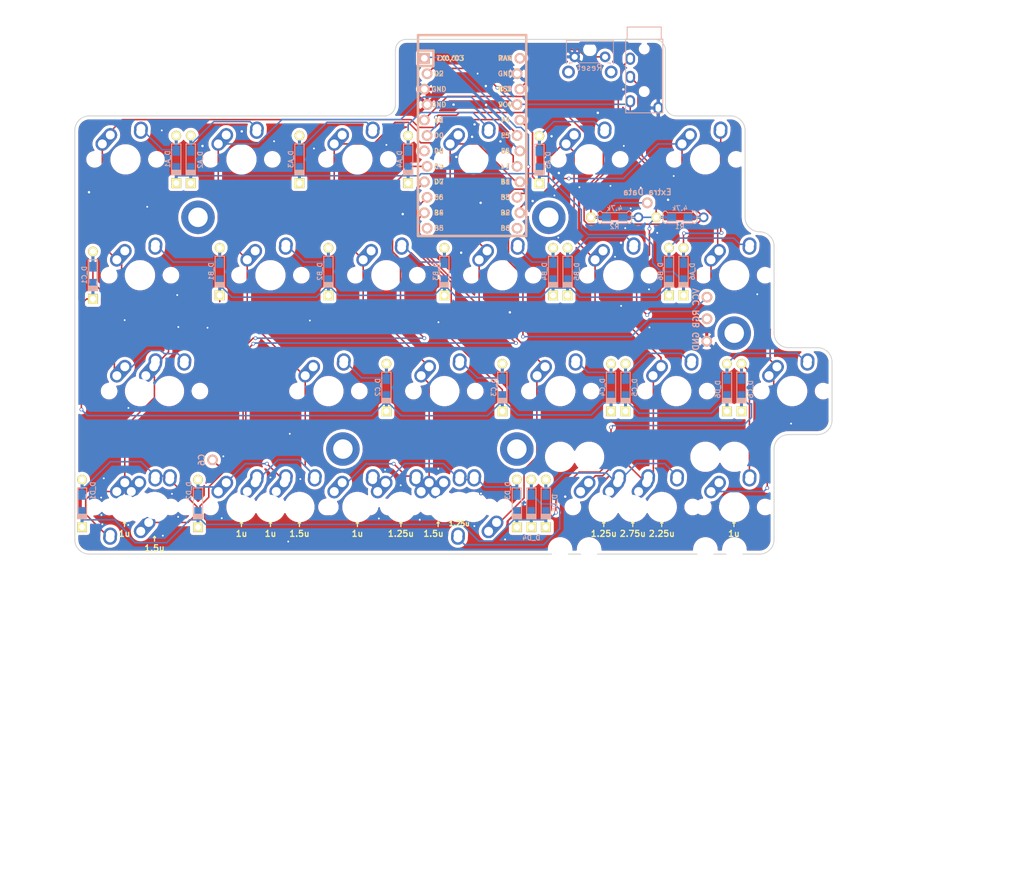
<source format=kicad_pcb>
(kicad_pcb (version 20211014) (generator pcbnew)
  (layers (0 "F.Cu" signal) (31 "B.Cu" signal) (34 "B.Paste" user) (35 "F.Paste" user) (36 "B.SilkS" user "B.Silkscreen") (37 "F.SilkS" user "F.Silkscreen") (38 "B.Mask" user) (39 "F.Mask" user) (44 "Edge.Cuts" user))
  (net 0 "")
  (net 1 "GND")
  (net 2 "Net-(D_A1-Pad2)")
  (net 3 "Net-(D_A2-Pad2)")
  (net 4 "Net-(D_A3-Pad2)")
  (net 5 "Net-(D_A4-Pad2)")
  (net 6 "Net-(D_A5-Pad2)")
  (net 7 "Net-(D_A6-Pad2)")
  (net 8 "Net-(D_B1-Pad2)")
  (net 9 "Net-(D_B2-Pad2)")
  (net 10 "Net-(D_B3-Pad2)")
  (net 11 "Net-(D_B4-Pad2)")
  (net 12 "Net-(D_B5-Pad2)")
  (net 13 "Net-(D_B6-Pad2)")
  (net 14 "Net-(D_C1-Pad2)")
  (net 15 "Net-(D_C2-Pad2)")
  (net 16 "Net-(D_C3-Pad2)")
  (net 17 "Net-(D_C4-Pad2)")
  (net 18 "Net-(D_C5-Pad2)")
  (net 19 "Net-(D_C6-Pad2)")
  (net 20 "Net-(D_D1-Pad2)")
  (net 21 "Net-(D_D2-Pad2)")
  (net 22 "Net-(D_D3-Pad2)")
  (net 23 "Net-(D_D5-Pad2)")
  (net 24 "VCC")
  (net 25 "RGB")
  (net 26 "C6")
  (net 27 "data")
  (net 28 "data2")
  (net 29 "reset")
  (net 30 "rowB")
  (net 31 "rowC")
  (net 32 "rowD")
  (net 33 "col6")
  (net 34 "col5")
  (net 35 "col4")
  (net 36 "col3")
  (net 37 "col2")
  (net 38 "col1")
  (net 39 "rowA")
  (net 40 "Net-(D_D4-Pad2)")
  (net 41 "Net-(D_D6-Pad2)")
  (net 42 "Net-(U1-Pad24)")
  (net 43 "LED")
  (net 44 "col7")
  (net 45 "Net-(U1-Pad7)")
  (footprint "Keebio-Parts:Diode-Hybrid-Back" (layer "F.Cu") (at 33.337528 25.003146 -90)
    (fp_text reference "D_A1")
    (fp_text value "D" hide)
  )
  (footprint "Keebio-Parts:Diode-Hybrid-Back" (layer "F.Cu") (at 35.71878 25.003146 -90)
    (fp_text reference "D_A2")
    (fp_text value "D" hide)
  )
  (footprint "Keebio-Parts:Diode-Hybrid-Back" (layer "F.Cu") (at 53.57817 25.003146 -90)
    (fp_text reference "D_A3")
    (fp_text value "D" hide)
  )
  (footprint "Keebio-Parts:Diode-Hybrid-Back" (layer "F.Cu") (at 71.43756 25.003146 -90)
    (fp_text reference "D_A4")
    (fp_text value "D" hide)
  )
  (footprint "Keebio-Parts:Diode-Hybrid-Back" (layer "F.Cu") (at 93 25.05 -90)
    (fp_text reference "D_A5")
    (fp_text value "D" hide)
  )
  (footprint "Keebio-Parts:Diode-Hybrid-Back" (layer "F.Cu") (at 116.681348 43.457849 -90)
    (fp_text reference "D_A6")
    (fp_text value "D" hide)
  )
  (footprint "Keebio-Parts:Diode-Hybrid-Back" (layer "F.Cu") (at 40.481284 43.457849 -90)
    (fp_text reference "D_B1")
    (fp_text value "D" hide)
  )
  (footprint "Keebio-Parts:Diode-Hybrid-Back" (layer "F.Cu") (at 58.340674 43.457849 -90)
    (fp_text reference "D_B2")
    (fp_text value "D" hide)
  )
  (footprint "Keebio-Parts:Diode-Hybrid-Back" (layer "F.Cu") (at 77.39069 43.457849 -90)
    (fp_text reference "D_B3")
    (fp_text value "D" hide)
  )
  (footprint "Keebio-Parts:Diode-Hybrid-Back" (layer "F.Cu") (at 95.25008 43.457849 -90)
    (fp_text reference "D_B4")
    (fp_text value "D" hide)
  )
  (footprint "Keebio-Parts:Diode-Hybrid-Back" (layer "F.Cu") (at 97.631332 43.457849 -90)
    (fp_text reference "D_B5")
    (fp_text value "D" hide)
  )
  (footprint "Keebio-Parts:Diode-Hybrid-Back" (layer "F.Cu") (at 114.300096 43.457849 -90)
    (fp_text reference "D_B6")
    (fp_text value "D" hide)
  )
  (footprint "Keebio-Parts:Diode-Hybrid-Back" (layer "F.Cu") (at 19.645296 44.053088 -90)
    (fp_text reference "D_C1")
    (fp_text value "D" hide)
  )
  (footprint "Keebio-Parts:Diode-Hybrid-Back" (layer "F.Cu") (at 67.865682 62.507865 -90)
    (fp_text reference "D_C2")
    (fp_text value "D" hide)
  )
  (footprint "Keebio-Parts:Diode-Hybrid-Back" (layer "F.Cu") (at 86.915698 62.507865 -90)
    (fp_text reference "D_C3")
    (fp_text value "D" hide)
  )
  (footprint "Keebio-Parts:Diode-Hybrid-Back" (layer "F.Cu") (at 104.775088 62.507865 -90)
    (fp_text reference "D_C4")
    (fp_text value "D" hide)
  )
  (footprint "Keebio-Parts:Diode-Hybrid-Back" (layer "F.Cu") (at 107.15634 62.507865 -90)
    (fp_text reference "D_C5")
    (fp_text value "D" hide)
  )
  (footprint "Keebio-Parts:Diode-Hybrid-Back" (layer "F.Cu") (at 123.825104 62.507865 -90)
    (fp_text reference "D_C6")
    (fp_text value "D" hide)
  )
  (footprint "Keebio-Parts:Diode-Hybrid-Back" (layer "F.Cu") (at 17.85936 81.557881 -90)
    (fp_text reference "D_D1")
    (fp_text value "D" hide)
  )
  (footprint "Keebio-Parts:Diode-Hybrid-Back" (layer "F.Cu") (at 36.909344 81.557881 -90)
    (fp_text reference "D_D2")
    (fp_text value "D" hide)
  )
  (footprint "Keebio-Parts:Diode-Hybrid-Back" (layer "F.Cu") (at 89.29695 81.557881 -90)
    (fp_text reference "D_D3")
    (fp_text value "D" hide)
  )
  (footprint "Keebio-Parts:Diode-Hybrid-Back" (layer "F.Cu") (at 94.059296 81.557744 -90)
    (fp_text reference "D_D5")
    (fp_text value "D" hide)
  )
  (footprint "Keebio-Parts:Resistor-Hybrid-Back" (layer "F.Cu") (at 116.086035 34.528154)
    (fp_text reference "R1")
    (fp_text value "4.7k")
  )
  (footprint "MX_Alps_Hybrid:MX-1U-NoLED" (layer "F.Cu") (at 25.00004 25)
    (fp_text reference "SW_A1")
    (fp_text value "SW_PUSH")
  )
  (footprint "MX_Alps_Hybrid:MX-1U-NoLED" (layer "F.Cu") (at 44.050056 25)
    (fp_text reference "SW_A2")
    (fp_text value "SW_PUSH")
  )
  (footprint "MX_Alps_Hybrid:MX-1U-NoLED" (layer "F.Cu") (at 63.100072 25)
    (fp_text reference "SW_A3")
    (fp_text value "SW_PUSH")
  )
  (footprint "MX_Alps_Hybrid:MX-1U-NoLED" (layer "F.Cu") (at 82.150088 25)
    (fp_text reference "SW_A4")
    (fp_text value "SW_PUSH")
  )
  (footprint "MX_Alps_Hybrid:MX-1U-NoLED" (layer "F.Cu") (at 101.200104 25)
    (fp_text reference "SW_A5")
    (fp_text value "SW_PUSH")
  )
  (footprint "MX_Alps_Hybrid:MX-1U-NoLED" (layer "F.Cu") (at 120.25012 25)
    (fp_text reference "SW_A6")
    (fp_text value "SW_PUSH")
  )
  (footprint "MX_Alps_Hybrid:MX-1.25U-NoLED" (layer "F.Cu") (at 27.381292 44.050016)
    (fp_text reference "SW_B1")
    (fp_text value "SW_PUSH")
  )
  (footprint "MX_Alps_Hybrid:MX-1U-NoLED" (layer "F.Cu") (at 48.81256 44.050016)
    (fp_text reference "SW_B2")
    (fp_text value "SW_PUSH")
  )
  (footprint "MX_Alps_Hybrid:MX-1U-NoLED" (layer "F.Cu") (at 67.862576 44.050016)
    (fp_text reference "SW_B3")
    (fp_text value "SW_PUSH")
  )
  (footprint "MX_Alps_Hybrid:MX-1U-NoLED" (layer "F.Cu") (at 86.912592 44.053162)
    (fp_text reference "SW_B4")
    (fp_text value "SW_PUSH")
  )
  (footprint "MX_Alps_Hybrid:MX-1U-NoLED" (layer "F.Cu") (at 105.962608 44.050016)
    (fp_text reference "SW_B5")
    (fp_text value "SW_PUSH")
  )
  (footprint "MX_Alps_Hybrid:MX-1U-NoLED" (layer "F.Cu") (at 125.012624 44.050016)
    (fp_text reference "SW_B6")
    (fp_text value "SW_PUSH")
  )
  (footprint "MX_Alps_Hybrid:MX-1.75U-NoLED" (layer "F.Cu") (at 32.143796 63.100032)
    (fp_text reference "SW_C1")
    (fp_text value "SW_PUSH")
  )
  (footprint "MX_Alps_Hybrid:MX-1U-NoLED" (layer "F.Cu") (at 58.337568 63.100032)
    (fp_text reference "SW_C2")
    (fp_text value "SW_PUSH")
  )
  (footprint "MX_Alps_Hybrid:MX-1U-NoLED" (layer "F.Cu") (at 96.4376 63.100032)
    (fp_text reference "SW_C4")
    (fp_text value "SW_PUSH")
  )
  (footprint "MX_Alps_Hybrid:MX-1U-NoLED" (layer "F.Cu") (at 115.487616 63.100032)
    (fp_text reference "SW_C5")
    (fp_text value "SW_PUSH")
  )
  (footprint "MX_Alps_Hybrid:MX-1U-NoLED" (layer "F.Cu") (at 134.537632 63.100032)
    (fp_text reference "SW_C6")
    (fp_text value "SW_PUSH")
  )
  (footprint "MX_Alps_Hybrid:MX-1.25U-NoLED" (layer "F.Cu") (at 27.381292 82.150048)
    (fp_text reference "SW_D1")
    (fp_text value "SW_PUSH")
  )
  (footprint "MX_Alps_Hybrid:MX-1U-NoLED" (layer "F.Cu") (at 48.81256 82.150048)
    (fp_text reference "SW_D2")
    (fp_text value "SW_PUSH")
  )
  (footprint "MX_Alps_Hybrid:MX-1.25U-NoLED" (layer "F.Cu") (at 70.243828 82.150048)
    (fp_text reference "SW_D3")
    (fp_text value "SW_PUSH")
  )
  (footprint "MX_Alps_Hybrid:MX-2.75U-ReversedStabilizers-NoLED" (layer "F.Cu") (at 108.34386 82.150048)
    (fp_text reference "SW_D5")
    (fp_text value "SW_PUSH")
  )
  (footprint "MX_Alps_Hybrid:MX-1.5U-NoLED" (layer "F.Cu") (at 29.762544 82.150048)
    (fp_text reference "SW_Db1" hide)
    (fp_text value "SW_PUSH")
  )
  (footprint "MX_Alps_Hybrid:MX-1.25U-NoLED" (layer "F.Cu") (at 79.768836 82.150064)
    (fp_text reference "SW_Db3" hide)
    (fp_text value "SW_PUSH")
  )
  (footprint "MX_Alps_Hybrid:MX-2.25U-ReversedStabilizers-NoLED" (layer "F.Cu") (at 113.106364 82.153056)
    (fp_text reference "SW_Db5")
    (fp_text value "SW_PUSH")
  )
  (footprint "MX_Alps_Hybrid:MX-1.5U-NoLED" (layer "F.Cu") (at 77.387586 82.150064)
    (fp_text reference "SW_Dc3" hide)
    (fp_text value "SW_PUSH")
  )
  (footprint "Keebio-Parts:Resistor-Hybrid-Back" (layer "F.Cu") (at 105.370401 34.528154)
    (fp_text reference "R2")
    (fp_text value "4.7k")
  )
  (footprint "MX_Alps_Hybrid:MX-1.5U-NoLED" (layer "F.Cu") (at 53.57506 82.150064)
    (fp_text reference "SW_Db2" hide)
    (fp_text value "SW_PUSH")
  )
  (footprint "Keebio-Parts:VIA-0.6mm" (layer "F.Cu") (at 106.43 49.09)
    (fp_text reference "REF**" hide)
    (fp_text value "VIA-0.6mm" hide)
  )
  (footprint "Keebio-Parts:VIA-0.6mm" (layer "F.Cu") (at 28.57 32.8)
    (fp_text reference "REF**" hide)
    (fp_text value "VIA-0.6mm" hide)
  )
  (footprint "Keebio-Parts:VIA-0.6mm" (layer "F.Cu") (at 33.500938 47.305625)
    (fp_text reference "REF**" hide)
    (fp_text value "VIA-0.6mm" hide)
  )
  (footprint "Keebio-Parts:VIA-0.6mm" (layer "F.Cu") (at 33.68 52.56)
    (fp_text reference "REF**" hide)
    (fp_text value "VIA-0.6mm" hide)
  )
  (footprint "Keebio-Parts:VIA-0.6mm" (layer "F.Cu") (at 38.475938 52.680625)
    (fp_text reference "REF**" hide)
    (fp_text value "VIA-0.6mm" hide)
  )
  (footprint "Keebio-Parts:VIA-0.6mm" (layer "F.Cu") (at 95.470938 30.939687)
    (fp_text reference "REF**" hide)
    (fp_text value "VIA-0.6mm" hide)
  )
  (footprint "Keebio-Parts:VIA-0.6mm" (layer "F.Cu") (at 99.58 29.58)
    (fp_text reference "REF**" hide)
    (fp_text value "VIA-0.6mm" hide)
  )
  (footprint "Keebio-Parts:VIA-0.6mm" (layer "F.Cu") (at 96.110938 37.859687)
    (fp_text reference "REF**" hide)
    (fp_text value "VIA-0.6mm" hide)
  )
  (footprint "Keebio-Parts:VIA-0.6mm" (layer "F.Cu") (at 112.370938 37.089687)
    (fp_text reference "REF**" hide)
    (fp_text value "VIA-0.6mm" hide)
  )
  (footprint "Keebio-Parts:VIA-0.6mm" (layer "F.Cu") (at 82.85 10.9)
    (fp_text reference "REF**" hide)
    (fp_text value "VIA-0.6mm" hide)
  )
  (footprint "Keebio-Parts:VIA-0.6mm" (layer "F.Cu") (at 111.090938 52.625625)
    (fp_text reference "REF**" hide)
    (fp_text value "VIA-0.6mm" hide)
  )
  (footprint "Keebio-Parts:VIA-0.6mm" (layer "F.Cu") (at 104.680938 29.355625)
    (fp_text reference "REF**" hide)
    (fp_text value "VIA-0.6mm" hide)
  )
  (footprint "Keebio-Parts:VIA-0.6mm" (layer "F.Cu") (at 109.650938 29.635625)
    (fp_text reference "REF**" hide)
    (fp_text value "VIA-0.6mm" hide)
  )
  (footprint "Keebio-Parts:VIA-0.6mm" (layer "F.Cu") (at 73.340938 84.235625)
    (fp_text reference "REF**" hide)
    (fp_text value "VIA-0.6mm" hide)
  )
  (footprint "Keebio-Parts:VIA-0.6mm" (layer "F.Cu") (at 83.400938 79.935625)
    (fp_text reference "REF**" hide)
    (fp_text value "VIA-0.6mm" hide)
  )
  (footprint "Keebio-Parts:VIA-0.6mm" (layer "F.Cu") (at 76.390938 75.855625)
    (fp_text reference "REF**" hide)
    (fp_text value "VIA-0.6mm" hide)
  )
  (footprint "Keebio-Parts:VIA-0.6mm" (layer "F.Cu") (at 53.720938 77.565625)
    (fp_text reference "REF**" hide)
    (fp_text value "VIA-0.6mm" hide)
  )
  (footprint "Keebio-Parts:VIA-0.6mm" (layer "F.Cu") (at 76.420938 51.775625)
    (fp_text reference "REF**" hide)
    (fp_text value "VIA-0.6mm" hide)
  )
  (footprint "Keebio-Parts:VIA-0.6mm" (layer "F.Cu") (at 55.290938 51.495625)
    (fp_text reference "REF**" hide)
    (fp_text value "VIA-0.6mm" hide)
  )
  (footprint "Mounting_Holes:MountingHole_3.2mm_M3_ISO14580_Pad" (layer "F.Cu") (at 36.909375 34.528125)
    (fp_text reference "REF**" hide)
    (fp_text value "MountingHole_3.2mm_M3_ISO14580_Pad" hide)
  )
  (footprint "Mounting_Holes:MountingHole_3.2mm_M3_ISO14580_Pad" (layer "F.Cu") (at 89.296875 72.628125)
    (fp_text reference "REF**" hide)
    (fp_text value "MountingHole_3.2mm_M3_ISO14580_Pad" hide)
  )
  (footprint "Mounting_Holes:MountingHole_3.2mm_M3_ISO14580_Pad" (layer "F.Cu") (at 60.721875 72.628125)
    (fp_text reference "REF**" hide)
    (fp_text value "MountingHole_3.2mm_M3_ISO14580_Pad" hide)
  )
  (footprint "Mounting_Holes:MountingHole_3.2mm_M3_ISO14580_Pad" (layer "F.Cu") (at 94.55 34.528125)
    (fp_text reference "REF**" hide)
    (fp_text value "MountingHole_3.2mm_M3_ISO14580_Pad" hide)
  )
  (footprint "Mounting_Holes:MountingHole_3.2mm_M3_ISO14580_Pad" (layer "F.Cu") (at 125.01573 53.57817)
    (fp_text reference "REF**" hide)
    (fp_text value "MountingHole_3.2mm_M3_ISO14580_Pad" hide)
  )
  (footprint "Keebio-Parts:VIA-0.6mm" (layer "F.Cu") (at 128.800938 47.175625)
    (fp_text reference "REF**" hide)
    (fp_text value "VIA-0.6mm" hide)
  )
  (footprint "Keebio-Parts:VIA-0.6mm" (layer "F.Cu") (at 107.110938 36.309687)
    (fp_text reference "REF**" hide)
    (fp_text value "VIA-0.6mm" hide)
  )
  (footprint "Keebio-Parts:VIA-0.6mm" (layer "F.Cu") (at 106.87 22.79)
    (fp_text reference "REF**" hide)
    (fp_text value "VIA-0.6mm" hide)
  )
  (footprint "MX_Alps_Hybrid:MX-1.25U-NoLED" (layer "F.Cu") (at 27.384352 63.103072)
    (fp_text reference "SW_Cb1" hide)
    (fp_text value "SW_PUSH")
  )
  (footprint "Keebio-Parts:VIA-0.6mm" (layer "F.Cu") (at 25.48 65.87)
    (fp_text reference "REF**" hide)
    (fp_text value "VIA-0.6mm" hide)
  )
  (footprint "Keebio-Parts:VIA-0.6mm" (layer "F.Cu") (at 21.04 83.46)
    (fp_text reference "REF**" hide)
    (fp_text value "VIA-0.6mm" hide)
  )
  (footprint "Keebio-Parts:VIA-0.6mm" (layer "F.Cu") (at 25.46 85.11)
    (fp_text reference "REF**" hide)
    (fp_text value "VIA-0.6mm" hide)
  )
  (footprint "Keebio-Parts:VIA-0.6mm" (layer "F.Cu") (at 21.19 85)
    (fp_text reference "REF**" hide)
    (fp_text value "VIA-0.6mm" hide)
  )
  (footprint "Keebio-Parts:VIA-0.6mm" (layer "F.Cu") (at 48.81 77.29)
    (fp_text reference "REF**" hide)
    (fp_text value "VIA-0.6mm" hide)
  )
  (footprint "Keebio-Parts:VIA-0.6mm" (layer "F.Cu") (at 90.65 81.72)
    (fp_text reference "REF**" hide)
    (fp_text value "VIA-0.6mm" hide)
  )
  (footprint "Keebio-Parts:Diode-Hybrid-Back" (layer "F.Cu") (at 91.678048 81.557744 -90)
    (fp_text reference "D_D4")
    (fp_text value "D" hide)
  )
  (footprint "MX_Alps_Hybrid:MX-1U-NoLED" (layer "F.Cu") (at 82.153056 82.153056 180)
    (fp_text reference "SW_D4")
    (fp_text value "SW_PUSH")
  )
  (footprint "MX_Alps_Hybrid:MX-1U-NoLED" (layer "F.Cu") (at 44.053088 82.153056)
    (fp_text reference "SW_Dc2" hide)
    (fp_text value "SW_PUSH")
  )
  (footprint "MX_Alps_Hybrid:MX-1U-NoLED" (layer "F.Cu") (at 25.003104 82.153056 180)
    (fp_text reference "SW_Dc1" hide)
    (fp_text value "SW_PUSH")
  )
  (footprint "Keebio-Parts:VIA-0.6mm" (layer "F.Cu") (at 51.74 87.83)
    (fp_text reference "REF**" hide)
    (fp_text value "VIA-0.6mm" hide)
  )
  (footprint "Keebio-Parts:VIA-0.6mm" (layer "F.Cu") (at 31.13 86.86)
    (fp_text reference "REF**" hide)
    (fp_text value "VIA-0.6mm" hide)
  )
  (footprint "Keebio-Parts:VIA-0.6mm" (layer "F.Cu") (at 21.43 77.44)
    (fp_text reference "REF**" hide)
    (fp_text value "VIA-0.6mm" hide)
  )
  (footprint "Keebio-Parts:VIA-0.6mm" (layer "F.Cu") (at 21 80.6)
    (fp_text reference "REF**" hide)
    (fp_text value "VIA-0.6mm" hide)
  )
  (footprint "Keebio-Parts:VIA-0.6mm" (layer "F.Cu") (at 40.81 83.99)
    (fp_text reference "REF**" hide)
    (fp_text value "VIA-0.6mm" hide)
  )
  (footprint "Keebio-Parts:VIA-0.6mm" (layer "F.Cu") (at 66.63 84.04)
    (fp_text reference "REF**" hide)
    (fp_text value "VIA-0.6mm" hide)
  )
  (footprint "Keebio-Parts:VIA-0.6mm" (layer "F.Cu") (at 70.21 78.59)
    (fp_text reference "REF**" hide)
    (fp_text value "VIA-0.6mm" hide)
  )
  (footprint "Keebio-Parts:VIA-0.6mm" (layer "F.Cu") (at 82.32 85.29)
    (fp_text reference "REF**" hide)
    (fp_text value "VIA-0.6mm" hide)
  )
  (footprint "Keebio-Parts:VIA-0.6mm" (layer "F.Cu") (at 87.37 87.47)
    (fp_text reference "REF**" hide)
    (fp_text value "VIA-0.6mm" hide)
  )
  (footprint "Keebio-Parts:VIA-0.6mm" (layer "F.Cu") (at 67.65 76.03)
    (fp_text reference "REF**" hide)
    (fp_text value "VIA-0.6mm" hide)
  )
  (footprint "Keebio-Parts:VIA-0.6mm" (layer "F.Cu") (at 32.63 79.99)
    (fp_text reference "REF**" hide)
    (fp_text value "VIA-0.6mm" hide)
  )
  (footprint "Keebio-Parts:VIA-0.6mm" (layer "F.Cu") (at 33.65 83.77)
    (fp_text reference "REF**" hide)
    (fp_text value "VIA-0.6mm" hide)
  )
  (footprint "Keebio-Parts:VIA-0.6mm" (layer "F.Cu") (at 41.076528 73.818688)
    (fp_text reference "REF**" hide)
    (fp_text value "VIA-0.6mm" hide)
  )
  (footprint "Keebio-Parts:VIA-0.6mm" (layer "F.Cu") (at 115.070938 27.735625)
    (fp_text reference "REF**" hide)
    (fp_text value "VIA-0.6mm" hide)
  )
  (footprint "Keebio-Parts:VIA-0.6mm" (layer "F.Cu") (at 108 33.07)
    (fp_text reference "REF**" hide)
    (fp_text value "VIA-0.6mm" hide)
  )
  (footprint "Keebio-Parts:VIA-0.6mm" (layer "F.Cu") (at 24.86 51.43)
    (fp_text reference "REF**" hide)
    (fp_text value "VIA-0.6mm" hide)
  )
  (footprint "Keebio-Parts:VIA-0.6mm" (layer "F.Cu") (at 67.865568 22.621856)
    (fp_text reference "REF**" hide)
    (fp_text value "VIA-0.6mm" hide)
  )
  (footprint "Keebio-Parts:VIA-0.6mm" (layer "F.Cu") (at 55.959328 23.217168)
    (fp_text reference "REF**" hide)
    (fp_text value "VIA-0.6mm" hide)
  )
  (footprint "Keebio-Parts:VIA-0.6mm" (layer "F.Cu") (at 49.410896 22.026544)
    (fp_text reference "REF**" hide)
    (fp_text value "VIA-0.6mm" hide)
  )
  (footprint "Keebio-Parts:VIA-0.6mm" (layer "F.Cu") (at 30.956224 20.240608)
    (fp_text reference "REF**" hide)
    (fp_text value "VIA-0.6mm" hide)
  )
  (footprint "Keebio-Parts:VIA-0.6mm" (layer "F.Cu") (at 111.01 46.37)
    (fp_text reference "REF**" hide)
    (fp_text value "VIA-0.6mm" hide)
  )
  (footprint "Keebio-Parts:VIA-0.6mm" (layer "F.Cu") (at 51.99 70.12)
    (fp_text reference "REF**" hide)
    (fp_text value "VIA-0.6mm" hide)
  )
  (footprint "Keebio-Parts:Diode-Hybrid-Back" (layer "F.Cu") (at 126.206356 62.507865 -90)
    (fp_text reference "D_D6")
    (fp_text value "D" hide)
  )
  (footprint "MX_Alps_Hybrid:MX-1U-NoLED" (layer "F.Cu") (at 125.01573 82.153194)
    (fp_text reference "SW_D6")
    (fp_text value "SW_PUSH")
  )
  (footprint "MX_Alps_Hybrid:MX-1.25U-NoLED" (layer "F.Cu") (at 103.584462 82.153194)
    (fp_text reference "SW_Dc5")
    (fp_text value "SW_PUSH")
  )
  (footprint "Keebio-Parts:VIA-0.6mm" (layer "F.Cu") (at 105.43 41.02)
    (fp_text reference "REF**" hide)
    (fp_text value "VIA-0.6mm" hide)
  )
  (footprint "Keebio-Parts:VIA-0.6mm" (layer "F.Cu") (at 134.35 68.44)
    (fp_text reference "REF**" hide)
    (fp_text value "VIA-0.6mm" hide)
  )
  (footprint "MX_Alps_Hybrid:MX-1U-NoLED" (layer "F.Cu") (at 63.103072 82.153056)
    (fp_text reference "SW_Dd3" hide)
    (fp_text value "SW_PUSH")
  )
  (footprint "Keebio-Parts:ArduinoProMicro-ZigZag" (layer "F.Cu") (at 81.95 22.35 -90)
    (fp_text reference "U1" hide)
    (fp_text value "ProMicro" hide)
  )
  (footprint "MX_Alps_Hybrid:MX-1U-NoLED" (layer "F.Cu") (at 77.387584 63.100032)
    (fp_text reference "SW_C3")
    (fp_text value "SW_PUSH")
  )
  (footprint "Keebio-Parts:Single-Pad" (layer "B.Cu") (at 120.532752 47.648496 90)
    (fp_text reference "J1" hide)
    (fp_text value "VCC")
  )
  (footprint "Keebio-Parts:Single-Pad" (layer "B.Cu") (at 120.532752 51.220368 90)
    (fp_text reference "J3" hide)
    (fp_text value "RGB")
  )
  (footprint "Keebio-Parts:Single-Pad" (layer "B.Cu") (at 39.290658 74.414125 90)
    (fp_text reference "J6" hide)
    (fp_text value "C6")
  )
  (footprint "Keebio-Parts:Single-Pad" (layer "B.Cu") (at 120.5 54.9 90)
    (fp_text reference "J7" hide)
    (fp_text value "GND")
  )
  (footprint "Keebio-Parts:Single-Pad" (layer "B.Cu") (at 110.728218 32.146902)
    (fp_text reference "W2" hide)
    (fp_text value "Extra Data")
  )
  (footprint "Keebio-Parts:SW_Tactile_SPST_Angled_MJTP1117" (layer "B.Cu") (at 103.798352 8.15 180)
    (fp_text reference "SW_RST1" hide)
    (fp_text value "Reset")
  )
  (footprint "Keebio-Parts:TRRS-PJ-320A" (layer "B.Cu") (at 110.228404 5.25 180)
    (fp_text reference "U2")
    (fp_text value "TRRS")
  )
  (gr_arc (start 111.918656 5.274992) (mid 113.181503 5.798081) (end 113.704592 7.060928) (layer "Edge.Cuts") (width 0.15))
  (gr_arc (start 69.340544 7.060928) (mid 69.863633 5.798081) (end 71.12648 5.274992) (layer "Edge.Cuts") (width 0.15))
  (gr_line (start 71.12648 5.274992) (end 111.918656 5.274992) (layer "Edge.Cuts") (width 0.15))
  (gr_arc (start 133.945425 55.959328) (mid 132.261628 55.261877) (end 131.564177 53.57808) (layer "Edge.Cuts") (width 0.15))
  (gr_arc (start 131.564173 72.628064) (mid 132.261624 70.944267) (end 133.945421 70.246816) (layer "Edge.Cuts") (width 0.15))
  (gr_arc (start 124.420417 17.85936) (mid 126.104214 18.556811) (end 126.801665 20.240608) (layer "Edge.Cuts") (width 0.15))
  (gr_line (start 138.707929 70.246934) (end 133.945199 70.246816) (layer "Edge.Cuts") (width 0.15))
  (gr_arc (start 19.049984 89.892112) (mid 17.366187 89.194661) (end 16.668736 87.510864) (layer "Edge.Cuts") (width 0.15))
  (gr_line (start 133.945211 55.959328) (end 138.707929 55.959422) (layer "Edge.Cuts") (width 0.15))
  (gr_arc (start 115.490528 17.85936) (mid 114.227681 17.336271) (end 113.704592 16.073424) (layer "Edge.Cuts") (width 0.15))
  (gr_arc (start 129.182925 36.90941) (mid 130.866722 37.606861) (end 131.564173 39.290658) (layer "Edge.Cuts") (width 0.15))
  (gr_arc (start 69.340544 16.073424) (mid 68.817455 17.336271) (end 67.554608 17.85936) (layer "Edge.Cuts") (width 0.15))
  (gr_line (start 69.340544 16.073424) (end 69.340544 7.060928) (layer "Edge.Cuts") (width 0.15))
  (gr_line (start 19.049984 89.892112) (end 129.182704 89.892112) (layer "Edge.Cuts") (width 0.15))
  (gr_arc (start 141.089177 67.865686) (mid 140.391726 69.549483) (end 138.707929 70.246934) (layer "Edge.Cuts") (width 0.15))
  (gr_line (start 126.801669 34.528096) (end 126.801456 20.240608) (layer "Edge.Cuts") (width 0.15))
  (gr_line (start 141.089419 67.865658) (end 141.089181 58.340576) (layer "Edge.Cuts") (width 0.15))
  (gr_arc (start 131.564169 87.510864) (mid 130.866718 89.194661) (end 129.182921 89.892112) (layer "Edge.Cuts") (width 0.15))
  (gr_line (start 67.554608 17.85936) (end 19.049984 17.85936) (layer "Edge.Cuts") (width 0.15))
  (gr_arc (start 129.182917 36.909344) (mid 127.49912 36.211893) (end 126.801669 34.528096) (layer "Edge.Cuts") (width 0.15))
  (gr_arc (start 16.668768 20.240608) (mid 17.366219 18.556811) (end 19.050016 17.85936) (layer "Edge.Cuts") (width 0.15))
  (gr_line (start 131.564173 39.290658) (end 131.563951 53.57808) (layer "Edge.Cuts") (width 0.15))
  (gr_arc (start 138.707929 55.959422) (mid 140.391726 56.656873) (end 141.089177 58.34067) (layer "Edge.Cuts") (width 0.15))
  (gr_line (start 131.563952 87.510864) (end 131.564173 72.628214) (layer "Edge.Cuts") (width 0.15))
  (gr_line (start 16.668736 20.240608) (end 16.668736 87.510864) (layer "Edge.Cuts") (width 0.15))
  (gr_line (start 124.420208 17.85936) (end 115.490528 17.85936) (layer "Edge.Cuts") (width 0.15))
  (gr_line (start 113.704592 16.073424) (end 113.704592 7.060928) (layer "Edge.Cuts") (width 0.15))
  (gr_text "↑\n2.25u" (at 113.10947 85.725072) (layer "F.SilkS") (effects (font (size 1 1) (thickness 0.2))))
  (gr_text "↑\n2.75u" (at 108.346966 85.725072) (layer "F.SilkS") (effects (font (size 1 1) (thickness 0.2))))
  (gr_text "↑\n1.25u" (at 103.584462 85.725072) (layer "F.SilkS") (effects (font (size 1 1) (thickness 0.2))))
  (gr_text "↑\n1u" (at 48.815666 85.725072) (layer "F.SilkS") (effects (font (size 1 1) (thickness 0.2))))
  (gr_text "↑\n1u" (at 44.053162 85.725072) (layer "F.SilkS") (effects (font (size 1 1) (thickness 0.2))))
  (gr_text "↑\n1.5u" (at 53.57817 85.725072) (layer "F.SilkS") (effects (font (size 1 1) (thickness 0.2))))
  (gr_text "↑\n1u" (at 63.103178 85.725072) (layer "F.SilkS") (effects (font (size 1 1) (thickness 0.2))))
  (gr_text "↑\n1.25u" (at 70.246934 85.725072) (layer "F.SilkS") (effects (font (size 1 1) (thickness 0.2))))
  (gr_text "  ↑\n1.5u" (at 75.604751 85.725072) (layer "F.SilkS") (effects (font (size 1 1) (thickness 0.2))))
  (gr_text "1.25u" (at 79.83 84.89) (layer "F.SilkS") (effects (font (size 0.8 0.8) (thickness 0.2))))
  (gr_text "↑\n1u" (at 24.83 85.725072) (layer "F.SilkS") (effects (font (size 1 1) (thickness 0.2))))
  (gr_text "↑\n1.5u" (at 29.76565 88.106324) (layer "F.SilkS") (effects (font (size 1 1) (thickness 0.2))))
  (gr_text "↑\n1u" (at 124.968 85.725072) (layer "F.SilkS") (effects (font (size 1 1) (thickness 0.2))))
  (segment (start 84.2 12.95) (end 84.2 12.95) (width 0.512) (layer "F.Cu") (net 1))
  (segment (start 118.601623 51.326549) (end 118.601623 38.148377) (width 0.512) (layer "F.Cu") (net 1))
  (segment (start 121.55 34.233237) (end 112.528404 25.211641) (width 0.512) (layer "F.Cu") (net 1))
  (segment (start 74.1014 13.46) (end 83.69 13.46) (width 0.512) (layer "F.Cu") (net 1))
  (segment (start 120.5 53.224926) (end 118.601623 51.326549) (width 0.512) (layer "F.Cu") (net 1))
  (segment (start 83.69 13.46) (end 84.2 12.95) (width 0.512) (layer "F.Cu") (net 1))
  (segment (start 118.601623 38.148377) (end 121.55 35.2) (width 0.512) (layer "F.Cu") (net 1))
  (segment (start 120.5 54.9) (end 120.5 53.224926) (width 0.512) (layer "F.Cu") (net 1))
  (segment (start 107.110938 38.029062) (end 107.110938 36.309687) (width 0.25) (layer "F.Cu") (net 1))
  (segment (start 112.528404 25.211641) (end 112.528404 16.55) (width 0.512) (layer "F.Cu") (net 1))
  (segment (start 74.5586 16) (end 74.5586 13.9172) (width 0.512) (layer "F.Cu") (net 1))
  (segment (start 106.42 38.72) (end 107.110938 38.029062) (width 0.25) (layer "F.Cu") (net 1))
  (segment (start 121.55 35.2) (end 121.55 34.233237) (width 0.512) (layer "F.Cu") (net 1))
  (segment (start 74.5586 13.9172) (end 74.1014 13.46) (width 0.512) (layer "F.Cu") (net 1))
  (via (at 79.35 24.6) (size 0.6) (drill 0.4) (layers "F.Cu" "B.Cu") (net 1))
  (via (at 86.6 22.05) (size 0.6) (drill 0.4) (layers "F.Cu" "B.Cu") (net 1))
  (via (at 70.55 34) (size 0.6) (drill 0.4) (layers "F.Cu" "B.Cu") (net 1))
  (via (at 84.25 16.05) (size 0.6) (drill 0.4) (layers "F.Cu" "B.Cu") (net 1))
  (via (at 44.1 20.4) (size 0.6) (drill 0.4) (layers "F.Cu" "B.Cu") (net 1))
  (via (at 106.42 38.72) (size 0.6) (drill 0.4) (layers "F.Cu" "B.Cu") (net 1))
  (via (at 95 21.2) (size 0.6) (drill 0.4) (layers "F.Cu" "B.Cu") (net 1))
  (via (at 81.95 21.3) (size 0.6) (drill 0.4) (layers "F.Cu" "B.Cu") (net 1))
  (via (at 78.9 16) (size 0.6) (drill 0.4) (layers "F.Cu" "B.Cu") (net 1))
  (via (at 97.25 80.45) (size 0.6) (drill 0.4) (layers "F.Cu" "B.Cu") (net 1))
  (via (at 80.15 40.35) (size 0.6) (drill 0.4) (layers "F.Cu" "B.Cu") (net 1))
  (via (at 102.6 17.35) (size 0.6) (drill 0.4) (layers "F.Cu" "B.Cu") (net 1))
  (via (at 84.2 12.95) (size 0.6) (drill 0.4) (layers "F.Cu" "B.Cu") (net 1))
  (via (at 96.2 27.25) (size 0.6) (drill 0.4) (layers "F.Cu" "B.Cu") (net 1))
  (via (at 19 30.4) (size 0.6) (drill 0.4) (layers "F.Cu" "B.Cu") (net 1))
  (via (at 114.15 31.65) (size 0.6) (drill 0.4) (layers "F.Cu" "B.Cu") (net 1))
  (via (at 82.35 19.25) (size 0.6) (drill 0.4) (layers "F.Cu" "B.Cu") (net 1))
  (via (at 37.65 22.8) (size 0.6) (drill 0.4) (layers "F.Cu" "B.Cu") (net 1))
  (via (at 91.9 31.85) (size 0.6) (drill 0.4) (layers "F.Cu" "B.Cu") (net 1))
  (via (at 83.35 32.15) (size 0.6) (drill 0.4) (layers "F.Cu" "B.Cu") (net 1))
  (via (at 106.8 13.5) (size 0.6) (drill 0.4) (layers "F.Cu" "B.Cu") (net 1))
  (via (at 88.15 50.15) (size 0.6) (drill 0.4) (layers "F.Cu" "B.Cu") (net 1))
  (segment (start 112.528404 11.073734) (end 107.338669 5.883999) (width 0.512) (layer "B.Cu") (net 1))
  (segment (start 84.2 12.95) (end 86.23 10.92) (width 0.512) (layer "B.Cu") (net 1))
  (segment (start 92.1114 8.15) (end 98.798352 8.15) (width 0.512) (layer "B.Cu") (net 1))
  (segment (start 98.798352 6.912564) (end 98.798352 8.15) (width 0.512) (layer "B.Cu") (net 1))
  (segment (start 112.528404 16.55) (end 112.528404 11.073734) (width 0.512) (layer "B.Cu") (net 1))
  (segment (start 89.3414 10.92) (end 92.1114 8.15) (width 0.512) (layer "B.Cu") (net 1))
  (segment (start 105.43 39.71) (end 106.42 38.72) (width 0.25) (layer "B.Cu") (net 1))
  (segment (start 107.338669 5.883999) (end 99.826917 5.883999) (width 0.512) (layer "B.Cu") (net 1))
  (segment (start 99.826917 5.883999) (end 98.798352 6.912564) (width 0.512) (layer "B.Cu") (net 1))
  (segment (start 86.23 10.92) (end 89.3414 10.92) (width 0.512) (layer "B.Cu") (net 1))
  (segment (start 105.43 41.02) (end 105.43 39.71) (width 0.25) (layer "B.Cu") (net 1))
  (segment (start 27.54004 19.92) (end 31.048186 23.428146) (width 0.25) (layer "B.Cu") (net 2))
  (segment (start 31.048186 23.428146) (end 33.337528 23.428146) (width 0.25) (layer "B.Cu") (net 2))
  (segment (start 35.71878 22.578146) (end 39.501925 18.795001) (width 0.25) (layer "B.Cu") (net 3))
  (segment (start 45.465057 18.795001) (end 46.590056 19.92) (width 0.25) (layer "B.Cu") (net 3))
  (segment (start 35.71878 23.428146) (end 35.71878 22.578146) (width 0.25) (layer "B.Cu") (net 3))
  (segment (start 39.501925 18.795001) (end 45.465057 18.795001) (width 0.25) (layer "B.Cu") (net 3))
  (segment (start 58.106305 18.900011) (end 64.620083 18.900011) (width 0.25) (layer "B.Cu") (net 4))
  (segment (start 53.57817 23.428146) (end 58.106305 18.900011) (width 0.25) (layer "B.Cu") (net 4))
  (segment (start 64.620083 18.900011) (end 65.640072 19.92) (width 0.25) (layer "B.Cu") (net 4))
  (segment (start 73.463474 17.3) (end 82.070088 17.3) (width 0.25) (layer "B.Cu") (net 5))
  (segment (start 71.43756 19.325914) (end 73.463474 17.3) (width 0.25) (layer "B.Cu") (net 5))
  (segment (start 71.43756 23.603146) (end 71.43756 22.303146) (width 0.25) (layer "B.Cu") (net 5))
  (segment (start 71.43756 21.103146) (end 71.43756 19.325914) (width 0.25) (layer "B.Cu") (net 5))
  (segment (start 82.070088 17.3) (end 84.690088 19.92) (width 0.25) (layer "B.Cu") (net 5))
  (segment (start 71.43756 22.303146) (end 71.43756 21.303146) (width 0.25) (layer "B.Cu") (net 5))
  (segment (start 93 21.15) (end 95.354999 18.795001) (width 0.25) (layer "B.Cu") (net 6))
  (segment (start 101.995105 18.795001) (end 103.700104 20.5) (width 0.25) (layer "B.Cu") (net 6))
  (segment (start 95.354999 18.795001) (end 101.995105 18.795001) (width 0.25) (layer "B.Cu") (net 6))
  (segment (start 116.681348 39.557849) (end 116.681348 37.238652) (width 0.25) (layer "F.Cu") (net 7))
  (segment (start 116.681348 37.238652) (end 116.76 37.16) (width 0.25) (layer "F.Cu") (net 7))
  (segment (start 122.79012 36.95511) (end 122.92501 37.09) (width 0.25) (layer "F.Cu") (net 7))
  (segment (start 122.79012 19.92) (end 122.79012 36.95511) (width 0.25) (layer "F.Cu") (net 7))
  (via (at 116.76 37.16) (size 0.6) (drill 0.4) (layers "F.Cu" "B.Cu") (net 7))
  (via (at 122.92501 37.09) (size 0.6) (drill 0.4) (layers "F.Cu" "B.Cu") (net 7))
  (segment (start 116.681348 40.757849) (end 116.681348 42.057849) (width 0.25) (layer "B.Cu") (net 7))
  (segment (start 122.85501 37.16) (end 122.92501 37.09) (width 0.25) (layer "B.Cu") (net 7))
  (segment (start 116.76 37.16) (end 122.85501 37.16) (width 0.25) (layer "B.Cu") (net 7))
  (segment (start 32.834125 41.882849) (end 29.921292 38.970016) (width 0.25) (layer "B.Cu") (net 8))
  (segment (start 40.481284 41.882849) (end 32.834125 41.882849) (width 0.25) (layer "B.Cu") (net 8))
  (segment (start 58.340674 41.882849) (end 54.265393 41.882849) (width 0.25) (layer "B.Cu") (net 9))
  (segment (start 54.265393 41.882849) (end 51.35256 38.970016) (width 0.25) (layer "B.Cu") (net 9))
  (segment (start 73.315409 41.882849) (end 70.402576 38.970016) (width 0.25) (layer "B.Cu") (net 10))
  (segment (start 77.39069 41.882849) (end 73.315409 41.882849) (width 0.25) (layer "B.Cu") (net 10))
  (segment (start 91.742279 41.882849) (end 89.412592 39.553162) (width 0.25) (layer "B.Cu") (net 11))
  (segment (start 95.25008 41.882849) (end 91.742279 41.882849) (width 0.25) (layer "B.Cu") (net 11))
  (segment (start 107.377609 37.845017) (end 108.502608 38.970016) (width 0.25) (layer "B.Cu") (net 12))
  (segment (start 101.044164 37.845017) (end 107.377609 37.845017) (width 0.25) (layer "B.Cu") (net 12))
  (segment (start 98.131332 40.757849) (end 101.044164 37.845017) (width 0.25) (layer "B.Cu") (net 12))
  (segment (start 98.131332 40.757849) (end 97.631332 40.757849) (width 0.25) (layer "B.Cu") (net 12))
  (segment (start 97.631332 40.757849) (end 97.631332 42.057849) (width 0.25) (layer "B.Cu") (net 12))
  (segment (start 114.300096 39.557849) (end 115.912943 37.945002) (width 0.25) (layer "B.Cu") (net 13))
  (segment (start 124.93662 37.945002) (end 125.961634 38.970016) (width 0.25) (layer "B.Cu") (net 13))
  (segment (start 114.300096 42.057849) (end 114.300096 40.757849) (width 0.25) (layer "B.Cu") (net 13))
  (segment (start 115.912943 37.945002) (end 124.93662 37.945002) (width 0.25) (layer "B.Cu") (net 13))
  (segment (start 125.961634 38.970016) (end 127.552624 38.970016) (width 0.25) (layer "B.Cu") (net 13))
  (segment (start 23.17 48.74) (end 19.645296 45.215296) (width 0.25) (layer "F.Cu") (net 14))
  (segment (start 23.17 60.15872) (end 23.17 48.74) (width 0.25) (layer "F.Cu") (net 14))
  (segment (start 23.574352 60.563072) (end 23.17 60.15872) (width 0.25) (layer "F.Cu") (net 14))
  (segment (start 19.645296 45.215296) (end 19.645296 40.153088) (width 0.25) (layer "F.Cu") (net 14))
  (segment (start 26.046928 59.103072) (end 28.73 56.42) (width 0.25) (layer "B.Cu") (net 14))
  (segment (start 33.613764 56.95) (end 34.683796 58.020032) (width 0.25) (layer "B.Cu") (net 14))
  (segment (start 19.645296 42.653088) (end 19.645296 41.353088) (width 0.25) (layer "B.Cu") (net 14))
  (segment (start 28.73 56.42) (end 30.85 56.42) (width 0.25) (layer "B.Cu") (net 14))
  (segment (start 30.85 56.42) (end 31.38 56.95) (width 0.25) (layer "B.Cu") (net 14))
  (segment (start 24.884352 59.103072) (end 26.046928 59.103072) (width 0.25) (layer "B.Cu") (net 14))
  (segment (start 31.38 56.95) (end 33.613764 56.95) (width 0.25) (layer "B.Cu") (net 14))
  (segment (start 63.790401 60.932865) (end 60.877568 58.020032) (width 0.25) (layer "B.Cu") (net 15))
  (segment (start 67.865682 60.932865) (end 63.790401 60.932865) (width 0.25) (layer "B.Cu") (net 15))
  (segment (start 82.840417 60.932865) (end 79.927584 58.020032) (width 0.25) (layer "B.Cu") (net 16))
  (segment (start 86.915698 60.932865) (end 82.840417 60.932865) (width 0.25) (layer "B.Cu") (net 16))
  (segment (start 100.965433 60.007865) (end 98.9776 58.020032) (width 0.25) (layer "B.Cu") (net 17))
  (segment (start 104.775088 60.007865) (end 100.965433 60.007865) (width 0.25) (layer "B.Cu") (net 17))
  (segment (start 107.15634 60.007865) (end 107.65634 60.007865) (width 0.25) (layer "B.Cu") (net 18))
  (segment (start 110.769172 56.895033) (end 116.282617 56.895033) (width 0.25) (layer "B.Cu") (net 18))
  (segment (start 116.282617 56.895033) (end 117.987616 58.600032) (width 0.25) (layer "B.Cu") (net 18))
  (segment (start 107.65634 60.007865) (end 110.769172 56.895033) (width 0.25) (layer "B.Cu") (net 18))
  (segment (start 135.332633 56.895033) (end 137.037632 58.600032) (width 0.25) (layer "B.Cu") (net 19))
  (segment (start 123.825104 58.607865) (end 125.537936 56.895033) (width 0.25) (layer "B.Cu") (net 19))
  (segment (start 125.537936 56.895033) (end 135.332633 56.895033) (width 0.25) (layer "B.Cu") (net 19))
  (segment (start 28.813104 84.693056) (end 35.266944 84.693056) (width 0.25) (layer "F.Cu") (net 20))
  (segment (start 36.76 82.12) (end 32.29 77.65) (width 0.25) (layer "F.Cu") (net 20))
  (segment (start 32.29 77.65) (end 32.29 77.082592) (width 0.25) (layer "F.Cu") (net 20))
  (segment (start 35.266944 84.693056) (end 36.76 83.2) (width 0.25) (layer "F.Cu") (net 20))
  (segment (start 32.29 77.082592) (end 32.302544 77.070048) (width 0.25) (layer "F.Cu") (net 20))
  (segment (start 36.76 83.2) (end 36.76 82.12) (width 0.25) (layer "F.Cu") (net 20))
  (segment (start 27.561244 74.71) (end 29.921292 77.070048) (width 0.25) (layer "B.Cu") (net 20))
  (segment (start 17.85936 78.857881) (end 18.35936 78.857881) (width 0.25) (layer "B.Cu") (net 20))
  (segment (start 17.85936 80.157881) (end 17.85936 78.857881) (width 0.25) (layer "B.Cu") (net 20))
  (segment (start 32.890377 77.657881) (end 32.302544 77.070048) (width 0.25) (layer "B.Cu") (net 20))
  (segment (start 22.507241 74.71) (end 27.561244 74.71) (width 0.25) (layer "B.Cu") (net 20))
  (segment (start 18.35936 78.857881) (end 22.507241 74.71) (width 0.25) (layer "B.Cu") (net 20))
  (segment (start 29.921292 77.070048) (end 32.302544 77.070048) (width 0.25) (layer "B.Cu") (net 20))
  (segment (start 48.24 75.03) (end 51.07506 77.86506) (width 0.25) (layer "F.Cu") (net 21))
  (segment (start 51.07506 77.86506) (end 51.07506 78.150064) (width 0.25) (layer "F.Cu") (net 21))
  (via (at 48.24 75.03) (size 0.6) (drill 0.4) (layers "F.Cu" "B.Cu") (net 21))
  (segment (start 41.553088 78.153056) (end 44.676144 75.03) (width 0.25) (layer "B.Cu") (net 21))
  (segment (start 36.909344 78.857881) (end 40.848263 78.857881) (width 0.25) (layer "B.Cu") (net 21))
  (segment (start 44.676144 75.03) (end 48.24 75.03) (width 0.25) (layer "B.Cu") (net 21))
  (segment (start 36.909344 80.157881) (end 36.909344 78.857881) (width 0.25) (layer "B.Cu") (net 21))
  (segment (start 40.848263 78.857881) (end 41.553088 78.153056) (width 0.25) (layer "B.Cu") (net 21))
  (segment (start 65.603072 77.653056) (end 65.603072 78.779292) (width 0.25) (layer "F.Cu") (net 22))
  (segment (start 65.603072 78.779292) (end 66.433828 79.610048) (width 0.25) (layer "F.Cu") (net 22))
  (segment (start 77.246834 75.009312) (end 79.887586 77.650064) (width 0.25) (layer "B.Cu") (net 22))
  (segment (start 89.29695 78.857881) (end 84.096653 78.857881) (width 0.25) (layer "B.Cu") (net 22))
  (segment (start 89.29695 80.157881) (end 89.29695 78.857881) (width 0.25) (layer "B.Cu") (net 22))
  (segment (start 84.096653 78.857881) (end 82.308836 77.070064) (width 0.25) (layer "B.Cu") (net 22))
  (segment (start 79.887586 77.650064) (end 82.268836 77.650064) (width 0.25) (layer "B.Cu") (net 22))
  (segment (start 70.884564 75.009312) (end 77.246834 75.009312) (width 0.25) (layer "B.Cu") (net 22))
  (segment (start 67.743828 78.150048) (end 70.884564 75.009312) (width 0.25) (layer "B.Cu") (net 22))
  (segment (start 94.059296 79.057744) (end 94.559296 79.057744) (width 0.25) (layer "B.Cu") (net 23))
  (segment (start 105.113472 77.653194) (end 106.084462 77.653194) (width 0.25) (layer "B.Cu") (net 23))
  (segment (start 113.585612 75.009312) (end 115.646364 77.070064) (width 0.25) (layer "B.Cu") (net 23))
  (segment (start 94.059296 78.857744) (end 94.059296 80.157744) (width 0.25) (layer "B.Cu") (net 23))
  (segment (start 108.984596 75.009312) (end 113.585612 75.009312) (width 0.25) (layer "B.Cu") (net 23))
  (segment (start 97.04704 76.57) (end 104.030278 76.57) (width 0.25) (layer "B.Cu") (net 23))
  (segment (start 104.030278 76.57) (end 105.113472 77.653194) (width 0.25) (layer "B.Cu") (net 23))
  (segment (start 105.84386 78.150048) (end 108.984596 75.009312) (width 0.25) (layer "B.Cu") (net 23))
  (segment (start 94.559296 79.057744) (end 97.04704 76.57) (width 0.25) (layer "B.Cu") (net 23))
  (segment (start 86.1 13.224998) (end 86.1 13.224998) (width 0.25) (layer "F.Cu") (net 24))
  (segment (start 111.09 36.41) (end 111.09 36.347753) (width 0.25) (layer "F.Cu") (net 24))
  (segment (start 108.98 42.8) (end 111.09 40.69) (width 0.25) (layer "F.Cu") (net 24))
  (segment (start 112.186035 34.528154) (end 112.186035 27.506035) (width 0.25) (layer "F.Cu") (net 24))
  (segment (start 75.434899 10.043701) (end 82.918703 10.043701) (width 0.25) (layer "F.Cu") (net 24))
  (segment (start 109.34 18.49) (end 107.928404 17.078404) (width 0.25) (layer "F.Cu") (net 24))
  (segment (start 111.09 40.69) (end 111.09 36.41) (width 0.25) (layer "F.Cu") (net 24))
  (segment (start 109.34 24.66) (end 109.34 18.49) (width 0.25) (layer "F.Cu") (net 24))
  (segment (start 110.728032 50.60152) (end 108.98 48.853488) (width 0.25) (layer "F.Cu") (net 24))
  (segment (start 82.918703 10.043701) (end 86.1 13.224998) (width 0.25) (layer "F.Cu") (net 24))
  (segment (start 74.5586 10.92) (end 75.434899 10.043701) (width 0.25) (layer "F.Cu") (net 24))
  (segment (start 108.98 48.853488) (end 108.98 42.8) (width 0.25) (layer "F.Cu") (net 24))
  (segment (start 107.928404 17.078404) (end 107.928404 15.45) (width 0.25) (layer "F.Cu") (net 24))
  (segment (start 112.186035 27.506035) (end 109.34 24.66) (width 0.25) (layer "F.Cu") (net 24))
  (via (at 110.728032 50.60152) (size 0.6) (drill 0.4) (layers "F.Cu" "B.Cu") (net 24))
  (via (at 111.09 36.41) (size 0.6) (drill 0.4) (layers "F.Cu" "B.Cu") (net 24))
  (via (at 86.1 13.224998) (size 0.6) (drill 0.4) (layers "F.Cu" "B.Cu") (net 24))
  (segment (start 89.3414 16) (end 89.3414 15.9) (width 0.25) (layer "B.Cu") (net 24))
  (segment (start 89.3914 15.95) (end 89.3414 16) (width 0.25) (layer "B.Cu") (net 24))
  (segment (start 109.270401 34.528154) (end 112.186035 34.528154) (width 0.25) (layer "B.Cu") (net 24))
  (segment (start 107.928404 15.45) (end 107.428404 15.95) (width 0.25) (layer "B.Cu") (net 24))
  (segment (start 89.3414 15.9) (end 89.3914 15.85) (width 0.25) (layer "B.Cu") (net 24))
  (segment (start 112.186035 34.528154) (end 111.09 35.624189) (width 0.25) (layer "B.Cu") (net 24))
  (segment (start 118.162181 50.019067) (end 120.532752 47.648496) (width 0.25) (layer "B.Cu") (net 24))
  (segment (start 110.728032 50.60152) (end 111.310485 50.019067) (width 0.25) (layer "B.Cu") (net 24))
  (segment (start 107.428404 15.95) (end 89.3914 15.95) (width 0.25) (layer "B.Cu") (net 24))
  (segment (start 86.124998 13.224998) (end 88.9 16) (width 0.25) (layer "B.Cu") (net 24))
  (segment (start 88.9 16) (end 89.3414 16) (width 0.25) (layer "B.Cu") (net 24))
  (segment (start 111.310485 50.019067) (end 118.162181 50.019067) (width 0.25) (layer "B.Cu") (net 24))
  (segment (start 86.1 13.224998) (end 86.124998 13.224998) (width 0.25) (layer "B.Cu") (net 24))
  (segment (start 111.09 35.624189) (end 111.09 36.41) (width 0.25) (layer "B.Cu") (net 24))
  (segment (start 90.3 54.15) (end 90.3 54.15) (width 0.25) (layer "F.Cu") (net 25))
  (segment (start 91.2 29.5) (end 90.798699 29.901301) (width 0.25) (layer "F.Cu") (net 25))
  (segment (start 90.3 44.109565) (end 90.3 54.15) (width 0.25) (layer "F.Cu") (net 25))
  (segment (start 88.802173 29.901301) (end 87.924696 30.778778) (width 0.25) (layer "F.Cu") (net 25))
  (segment (start 87.924696 41.734261) (end 90.3 44.109565) (width 0.25) (layer "F.Cu") (net 25))
  (segment (start 87.924696 30.778778) (end 87.924696 41.734261) (width 0.25) (layer "F.Cu") (net 25))
  (segment (start 91.2 26.2) (end 91.2 29.5) (width 0.25) (layer "F.Cu") (net 25))
  (segment (start 90.798699 29.901301) (end 88.802173 29.901301) (width 0.25) (layer "F.Cu") (net 25))
  (via (at 90.3 54.15) (size 0.6) (drill 0.4) (layers "F.Cu" "B.Cu") (net 25))
  (via (at 91.2 26.2) (size 0.6) (drill 0.4) (layers "F.Cu" "B.Cu") (net 25))
  (segment (start 91.2 26.2) (end 91.2 26.2) (width 0.25) (layer "B.Cu") (net 25))
  (segment (start 88.597299 19.097299) (end 88.597299 19.116625) (width 0.25) (layer "B.Cu") (net 25))
  (segment (start 89.980627 19.741301) (end 91.2 20.960674) (width 0.25) (layer "B.Cu") (net 25))
  (segment (start 90.3 54.15) (end 108.104554 54.15) (width 0.25) (layer "B.Cu") (net 25))
  (segment (start 88.597299 19.116625) (end 89.221975 19.741301) (width 0.25) (layer "B.Cu") (net 25))
  (segment (start 111.034186 51.220368) (end 120.532752 51.220368) (width 0.25) (layer "B.Cu") (net 25))
  (segment (start 89.221975 19.741301) (end 89.980627 19.741301) (width 0.25) (layer "B.Cu") (net 25))
  (segment (start 91.2 20.960674) (end 91.2 26.2) (width 0.25) (layer "B.Cu") (net 25))
  (segment (start 77.73 8.23) (end 88.597299 19.097299) (width 0.25) (layer "B.Cu") (net 25))
  (segment (start 74.2514 8.23) (end 77.73 8.23) (width 0.25) (layer "B.Cu") (net 25))
  (segment (start 108.104554 54.15) (end 111.034186 51.220368) (width 0.25) (layer "B.Cu") (net 25))
  (segment (start 74.1014 8.38) (end 74.2514 8.23) (width 0.25) (layer "B.Cu") (net 25))
  (segment (start 46.35 54.4) (end 46.35 54.4) (width 0.25) (layer "F.Cu") (net 26))
  (segment (start 40.529794 75.290424) (end 44.317518 71.5027) (width 0.25) (layer "F.Cu") (net 26))
  (segment (start 70.181477 41.473119) (end 68.87468 40.166322) (width 0.25) (layer "F.Cu") (net 26))
  (segment (start 70.181477 50.481477) (end 70.181477 41.473119) (width 0.25) (layer "F.Cu") (net 26))
  (segment (start 71.995704 26.16) (end 74.5586 26.16) (width 0.25) (layer "F.Cu") (net 26))
  (segment (start 44.317518 56.05748) (end 45.974998 54.4) (width 0.25) (layer "F.Cu") (net 26))
  (segment (start 39.290658 74.414125) (end 40.166957 75.290424) (width 0.25) (layer "F.Cu") (net 26))
  (segment (start 68.87468 40.166322) (end 68.87468 29.281024) (width 0.25) (layer "F.Cu") (net 26))
  (segment (start 40.166957 75.290424) (end 40.529794 75.290424) (width 0.25) (layer "F.Cu") (net 26))
  (segment (start 74.1 54.4) (end 70.181477 50.481477) (width 0.25) (layer "F.Cu") (net 26))
  (segment (start 44.317518 71.5027) (end 44.317518 56.05748) (width 0.25) (layer "F.Cu") (net 26))
  (segment (start 68.87468 29.281024) (end 71.995704 26.16) (width 0.25) (layer "F.Cu") (net 26))
  (segment (start 45.974998 54.4) (end 46.35 54.4) (width 0.25) (layer "F.Cu") (net 26))
  (via (at 46.35 54.4) (size 0.6) (drill 0.4) (layers "F.Cu" "B.Cu") (net 26))
  (via (at 74.1 54.4) (size 0.6) (drill 0.4) (layers "F.Cu" "B.Cu") (net 26))
  (segment (start 74.1 54.4) (end 74.1 54.4) (width 0.25) (layer "B.Cu") (net 26))
  (segment (start 46.35 54.4) (end 74.1 54.4) (width 0.25) (layer "B.Cu") (net 26))
  (segment (start 76 18.1) (end 76.35 17.75) (width 0.25) (layer "F.Cu") (net 27))
  (segment (start 100.3454 29.98683) (end 100.3454 35.068155) (width 0.25) (layer "F.Cu") (net 27))
  (segment (start 97.146106 17.3) (end 103.519005 23.672899) (width 0.25) (layer "F.Cu") (net 27))
  (segment (start 76.35 17.75) (end 79.4 17.75) (width 0.25) (layer "F.Cu") (net 27))
  (segment (start 100.3454 35.068155) (end 100.9304 35.653155) (width 0.25) (layer "F.Cu") (net 27))
  (segment (start 79.85 17.3) (end 97.146106 17.3) (width 0.25) (layer "F.Cu") (net 27))
  (segment (start 79.4 17.75) (end 79.85 17.3) (width 0.25) (layer "F.Cu") (net 27))
  (segment (start 119.986035 34.528154) (end 109.88 24.422119) (width 0.25) (layer "F.Cu") (net 27))
  (segment (start 103.519005 23.672899) (end 103.519005 26.813225) (width 0.25) (layer "F.Cu") (net 27))
  (segment (start 109.88 18.256299) (end 109.2 17.576299) (width 0.25) (layer "F.Cu") (net 27))
  (segment (start 118.861034 35.653155) (end 119.986035 34.528154) (width 0.25) (layer "F.Cu") (net 27))
  (segment (start 109.2 17.576299) (end 109.2 12.721596) (width 0.25) (layer "F.Cu") (net 27))
  (segment (start 109.2 12.721596) (end 107.928404 11.45) (width 0.25) (layer "F.Cu") (net 27))
  (segment (start 100.9304 35.653155) (end 118.861034 35.653155) (width 0.25) (layer "F.Cu") (net 27))
  (segment (start 103.519005 26.813225) (end 100.3454 29.98683) (width 0.25) (layer "F.Cu") (net 27))
  (segment (start 109.88 24.422119) (end 109.88 18.256299) (width 0.25) (layer "F.Cu") (net 27))
  (via (at 76 18.1) (size 0.6) (drill 0.4) (layers "F.Cu" "B.Cu") (net 27))
  (segment (start 76 19.5386) (end 76 18.1) (width 0.25) (layer "B.Cu") (net 27))
  (segment (start 74.6086 20.93) (end 76 19.5386) (width 0.25) (layer "B.Cu") (net 27))
  (segment (start 101.470401 34.528154) (end 101.470401 29.498239) (width 0.25) (layer "F.Cu") (net 28))
  (segment (start 106.4 9.978404) (end 107.928404 8.45) (width 0.25) (layer "F.Cu") (net 28))
  (segment (start 88.814775 14.648699) (end 89.209373 14.648699) (width 0.25) (layer "F.Cu") (net 28))
  (segment (start 88.813474 14.65) (end 88.814775 14.648699) (width 0.25) (layer "F.Cu") (net 28))
  (segment (start 90.386526 14.65) (end 105.8 14.65) (width 0.25) (layer "F.Cu") (net 28))
  (segment (start 77.8914 14.65) (end 88.813474 14.65) (width 0.25) (layer "F.Cu") (net 28))
  (segment (start 101.470401 29.498239) (end 104.1796 26.78904) (width 0.25) (layer "F.Cu") (net 28))
  (segment (start 104.1796 23.217168) (end 105.965536 21.431232) (width 0.25) (layer "F.Cu") (net 28))
  (segment (start 74.1014 18.54) (end 74.1014 18.44) (width 0.25) (layer "F.Cu") (net 28))
  (segment (start 89.221975 14.661301) (end 90.375225 14.661301) (width 0.25) (layer "F.Cu") (net 28))
  (segment (start 106.4 12.05) (end 106.4 9.978404) (width 0.25) (layer "F.Cu") (net 28))
  (segment (start 89.209373 14.648699) (end 89.221975 14.661301) (width 0.25) (layer "F.Cu") (net 28))
  (segment (start 90.375225 14.661301) (end 90.386526 14.65) (width 0.25) (layer "F.Cu") (net 28))
  (segment (start 105.8 14.65) (end 105.965536 14.484464) (width 0.25) (layer "F.Cu") (net 28))
  (segment (start 105.965536 12.484464) (end 106.4 12.05) (width 0.25) (layer "F.Cu") (net 28))
  (segment (start 105.965536 21.431232) (end 105.965536 14.484464) (width 0.25) (layer "F.Cu") (net 28))
  (segment (start 105.965536 14.484464) (end 105.965536 12.484464) (width 0.25) (layer "F.Cu") (net 28))
  (segment (start 104.1796 26.78904) (end 104.1796 23.217168) (width 0.25) (layer "F.Cu") (net 28))
  (segment (start 74.1014 18.44) (end 77.8914 14.65) (width 0.25) (layer "F.Cu") (net 28))
  (segment (start 104.020401 33.678154) (end 104.020401 34.528154) (width 0.25) (layer "B.Cu") (net 28))
  (segment (start 110.728218 32.146902) (end 105.551653 32.146902) (width 0.25) (layer "B.Cu") (net 28))
  (segment (start 105.551653 32.146902) (end 104.020401 33.678154) (width 0.25) (layer "B.Cu") (net 28))
  (segment (start 89.7986 13.36) (end 89.7986 13.46) (width 0.25) (layer "F.Cu") (net 29))
  (segment (start 100.574354 8.15) (end 99.374353 6.949999) (width 0.25) (layer "F.Cu") (net 29))
  (segment (start 96.208601 6.949999) (end 89.7986 13.36) (width 0.25) (layer "F.Cu") (net 29))
  (segment (start 99.374353 6.949999) (end 96.208601 6.949999) (width 0.25) (layer "F.Cu") (net 29))
  (segment (start 103.798352 8.15) (end 100.574354 8.15) (width 0.25) (layer "F.Cu") (net 29))
  (segment (start 77.39069 44.74069) (end 72.35 39.7) (width 0.25) (layer "F.Cu") (net 30))
  (segment (start 72.35 30.4514) (end 74.1014 28.7) (width 0.25) (layer "F.Cu") (net 30))
  (segment (start 72.35 39.7) (end 72.35 30.4514) (width 0.25) (layer "F.Cu") (net 30))
  (segment (start 40.481284 48.407849) (end 40.481284 47.357849) (width 0.25) (layer "F.Cu") (net 30))
  (segment (start 77.39069 47.357849) (end 77.39069 44.74069) (width 0.25) (layer "F.Cu") (net 30))
  (segment (start 56.340674 47.657849) (end 57.840674 46.157849) (width 0.25) (layer "B.Cu") (net 30))
  (segment (start 93.25008 47.657849) (end 94.75008 46.157849) (width 0.25) (layer "B.Cu") (net 30))
  (segment (start 40.481284 46.157849) (end 40.981284 46.157849) (width 0.25) (layer "B.Cu") (net 30))
  (segment (start 114.300096 46.157849) (end 114.300096 44.857849) (width 0.25) (layer "B.Cu") (net 30))
  (segment (start 94.75008 46.157849) (end 95.25008 46.157849) (width 0.25) (layer "B.Cu") (net 30))
  (segment (start 76.89069 46.157849) (end 77.39069 46.157849) (width 0.25) (layer "B.Cu") (net 30))
  (segment (start 97.631332 46.157849) (end 98.131332 46.157849) (width 0.25) (layer "B.Cu") (net 30))
  (segment (start 58.840674 46.157849) (end 60.040674 47.357849) (width 0.25) (layer "B.Cu") (net 30))
  (segment (start 58.340674 46.157849) (end 58.840674 46.157849) (width 0.25) (layer "B.Cu") (net 30))
  (segment (start 95.25008 44.857849) (end 95.25008 46.157849) (width 0.25) (layer "B.Cu") (net 30))
  (segment (start 40.481284 46.157849) (end 40.481284 44.857849) (width 0.25) (layer "B.Cu") (net 30))
  (segment (start 42.481284 47.657849) (end 56.340674 47.657849) (width 0.25) (layer "B.Cu") (net 30))
  (segment (start 98.131332 46.157849) (end 99.631332 47.657849) (width 0.25) (layer "B.Cu") (net 30))
  (segment (start 77.39069 46.157849) (end 77.39069 44.857849) (width 0.25) (layer "B.Cu") (net 30))
  (segment (start 58.340674 46.157849) (end 58.340674 44.857849) (width 0.25) (layer "B.Cu") (net 30))
  (segment (start 112.300096 47.657849) (end 113.800096 46.157849) (width 0.25) (layer "B.Cu") (net 30))
  (segment (start 57.840674 46.157849) (end 58.340674 46.157849) (width 0.25) (layer "B.Cu") (net 30))
  (segment (start 99.631332 47.657849) (end 112.300096 47.657849) (width 0.25) (layer "B.Cu") (net 30))
  (segment (start 77.89069 46.157849) (end 79.39069 47.657849) (width 0.25) (layer "B.Cu") (net 30))
  (segment (start 60.040674 47.357849) (end 75.69069 47.357849) (width 0.25) (layer "B.Cu") (net 30))
  (segment (start 75.69069 47.357849) (end 76.89069 46.157849) (width 0.25) (layer "B.Cu") (net 30))
  (segment (start 79.39069 47.657849) (end 93.25008 47.657849) (width 0.25) (layer "B.Cu") (net 30))
  (segment (start 97.631332 46.157849) (end 97.631332 44.857849) (width 0.25) (layer "B.Cu") (net 30))
  (segment (start 113.800096 46.157849) (end 114.300096 46.157849) (width 0.25) (layer "B.Cu") (net 30))
  (segment (start 95.25008 46.157849) (end 97.631332 46.157849) (width 0.25) (layer "B.Cu") (net 30))
  (segment (start 40.981284 46.157849) (end 42.481284 47.657849) (width 0.25) (layer "B.Cu") (net 30))
  (segment (start 77.39069 46.157849) (end 77.89069 46.157849) (width 0.25) (layer "B.Cu") (net 30))
  (segment (start 72.825091 32.973509) (end 74.5586 31.24) (width 0.25) (layer "F.Cu") (net 31))
  (segment (start 17.75 66.12) (end 17.75 48.798384) (width 0.25) (layer "F.Cu") (net 31))
  (segment (start 17.75 48.798384) (end 18.595296 47.953088) (width 0.25) (layer "F.Cu") (net 31))
  (segment (start 18.595296 47.953088) (end 19.645296 47.953088) (width 0.25) (layer "F.Cu") (net 31))
  (segment (start 86.915698 62.862144) (end 78.515691 54.462137) (width 0.25) (layer "F.Cu") (net 31))
  (segment (start 86.915698 66.407865) (end 86.915698 62.862144) (width 0.25) (layer "F.Cu") (net 31))
  (segment (start 72.825091 39.511501) (end 72.825091 32.973509) (width 0.25) (layer "F.Cu") (net 31))
  (segment (start 78.515691 45.202101) (end 72.825091 39.511501) (width 0.25) (layer "F.Cu") (net 31))
  (segment (start 78.515691 54.462137) (end 78.515691 45.202101) (width 0.25) (layer "F.Cu") (net 31))
  (via (at 17.75 66.12) (size 0.6) (drill 0.4) (layers "F.Cu" "B.Cu") (net 31))
  (segment (start 86.915698 65.007865) (end 87.415698 65.007865) (width 0.25) (layer "B.Cu") (net 31))
  (segment (start 68.365682 65.207865) (end 70.307795 67.149978) (width 0.25) (layer "B.Cu") (net 31))
  (segment (start 42.652135 67.13) (end 18.76 67.13) (width 0.25) (layer "B.Cu") (net 31))
  (segment (start 101.55 67.02) (end 103.562135 65.007865) (width 0.25) (layer "B.Cu") (net 31))
  (segment (start 86.415698 65.207865) (end 86.915698 65.207865) (width 0.25) (layer "B.Cu") (net 31))
  (segment (start 67.865682 65.207865) (end 67.365682 65.207865) (width 0.25) (layer "B.Cu") (net 31))
  (segment (start 67.365682 65.207865) (end 65.443547 67.13) (width 0.25) (layer "B.Cu") (net 31))
  (segment (start 67.865682 65.207865) (end 68.365682 65.207865) (width 0.25) (layer "B.Cu") (net 31))
  (segment (start 89.427833 67.02) (end 101.55 67.02) (width 0.25) (layer "B.Cu") (net 31))
  (segment (start 122.992135 65.007865) (end 123.825104 65.007865) (width 0.25) (layer "B.Cu") (net 31))
  (segment (start 104.775088 65.007865) (end 107.15634 65.007865) (width 0.25) (layer "B.Cu") (net 31))
  (segment (start 107.65634 65.007865) (end 109.388475 66.74) (width 0.25) (layer "B.Cu") (net 31))
  (segment (start 103.562135 65.007865) (end 104.775088 65.007865) (width 0.25) (layer "B.Cu") (net 31))
  (segment (start 107.15634 65.007865) (end 107.65634 65.007865) (width 0.25) (layer "B.Cu") (net 31))
  (segment (start 67.865682 65.207865) (end 67.865682 63.907865) (width 0.25) (layer "B.Cu") (net 31))
  (segment (start 86.915698 63.907865) (end 86.915698 65.207865) (width 0.25) (layer "B.Cu") (net 31))
  (segment (start 121.26 66.74) (end 122.992135 65.007865) (width 0.25) (layer "B.Cu") (net 31))
  (segment (start 109.388475 66.74) (end 121.26 66.74) (width 0.25) (layer "B.Cu") (net 31))
  (segment (start 18.76 67.13) (end 17.75 66.12) (width 0.25) (layer "B.Cu") (net 31))
  (segment (start 70.307795 67.149978) (end 84.473585 67.149978) (width 0.25) (layer "B.Cu") (net 31))
  (segment (start 87.415698 65.007865) (end 89.427833 67.02) (width 0.25) (layer "B.Cu") (net 31))
  (segment (start 84.473585 67.149978) (end 86.415698 65.207865) (width 0.25) (layer "B.Cu") (net 31))
  (segment (start 65.443547 67.13) (end 42.652135 67.13) (width 0.25) (layer "B.Cu") (net 31))
  (segment (start 19.645296 45.453088) (end 19.645296 46.753088) (width 0.25) (layer "B.Cu") (net 31))
  (segment (start 89.15 55.2) (end 89.15 55.2) (width 0.25) (layer "F.Cu") (net 32))
  (segment (start 73.275101 34.606299) (end 73.275101 39.325101) (width 0.25) (layer "F.Cu") (net 32))
  (segment (start 74.1014 33.78) (end 73.275101 34.606299) (width 0.25) (layer "F.Cu") (net 32))
  (segment (start 104.77 74.54) (end 104.77 69.07) (width 0.25) (layer "F.Cu") (net 32))
  (segment (start 44.767528 56.532472) (end 46 55.3) (width 0.25) (layer "F.Cu") (net 32))
  (segment (start 36.909344 84.407881) (end 37.24 84.077225) (width 0.25) (layer "F.Cu") (net 32))
  (segment (start 95.72 80.21) (end 99.52 76.41) (width 0.25) (layer "F.Cu") (net 32))
  (segment (start 95.72 83.08) (end 95.72 80.21) (width 0.25) (layer "F.Cu") (net 32))
  (segment (start 37.24 84.077225) (end 37.24 81.98) (width 0.25) (layer "F.Cu") (net 32))
  (segment (start 38.68 80.54) (end 38.68 78.84) (width 0.25) (layer "F.Cu") (net 32))
  (segment (start 36.909344 85.457881) (end 36.909344 84.407881) (width 0.25) (layer "F.Cu") (net 32))
  (segment (start 73.275101 39.325101) (end 89.15 55.2) (width 0.25) (layer "F.Cu") (net 32))
  (segment (start 102.9 76.41) (end 104.77 74.54) (width 0.25) (layer "F.Cu") (net 32))
  (segment (start 99.52 76.41) (end 102.9 76.41) (width 0.25) (layer "F.Cu") (net 32))
  (segment (start 37.24 81.98) (end 38.68 80.54) (width 0.25) (layer "F.Cu") (net 32))
  (segment (start 38.68 78.84) (end 44.767528 72.752472) (width 0.25) (layer "F.Cu") (net 32))
  (segment (start 44.767528 72.752472) (end 44.767528 56.532472) (width 0.25) (layer "F.Cu") (net 32))
  (via (at 46 55.3) (size 0.6) (drill 0.4) (layers "F.Cu" "B.Cu") (net 32))
  (via (at 104.77 69.07) (size 0.6) (drill 0.4) (layers "F.Cu" "B.Cu") (net 32))
  (via (at 89.15 55.2) (size 0.6) (drill 0.4) (layers "F.Cu" "B.Cu") (net 32))
  (via (at 95.72 83.08) (size 0.6) (drill 0.4) (layers "F.Cu" "B.Cu") (net 32))
  (segment (start 46 55.3) (end 45.95 55.35) (width 0.25) (layer "B.Cu") (net 32))
  (segment (start 38.161463 85.01) (end 80.29 85.01) (width 0.25) (layer "B.Cu") (net 32))
  (segment (start 94.742256 84.057744) (end 95.72 83.08) (width 0.25) (layer "B.Cu") (net 32))
  (segment (start 36.909344 84.257881) (end 37.409344 84.257881) (width 0.25) (layer "B.Cu") (net 32))
  (segment (start 85.314831 87.74) (end 88.79695 84.257881) (width 0.25) (layer "B.Cu") (net 32))
  (segment (start 91.678048 84.257744) (end 94.059296 84.257744) (width 0.25) (layer "B.Cu") (net 32))
  (segment (start 89.29695 84.257881) (end 91.678202 84.257881) (width 0.25) (layer "B.Cu") (net 32))
  (segment (start 94.059296 84.257744) (end 94.059296 82.957744) (width 0.25) (layer "B.Cu") (net 32))
  (segment (start 35.542119 84.257881) (end 36.909344 84.257881) (width 0.25) (layer "B.Cu") (net 32))
  (segment (start 83.02 87.74) (end 85.314831 87.74) (width 0.25) (layer "B.Cu") (net 32))
  (segment (start 89.15 55.2) (end 46.1 55.2) (width 0.25) (layer "B.Cu") (net 32))
  (segment (start 89.29695 84.257881) (end 89.29695 82.957881) (width 0.25) (layer "B.Cu") (net 32))
  (segment (start 104.77 69.07) (end 105.069999 68.770001) (width 0.25) (layer "B.Cu") (net 32))
  (segment (start 91.678048 82.957744) (end 91.678048 84.257744) (width 0.25) (layer "B.Cu") (net 32))
  (segment (start 26.6 88.02) (end 31.78 88.02) (width 0.25) (layer "B.Cu") (net 32))
  (segment (start 88.79695 84.257881) (end 89.29695 84.257881) (width 0.25) (layer "B.Cu") (net 32))
  (segment (start 94.059296 84.057744) (end 94.742256 84.057744) (width 0.25) (layer "B.Cu") (net 32))
  (segment (start 127.86 67.42) (end 127.86 65.19) (width 0.25) (layer "B.Cu") (net 32))
  (segment (start 80.29 85.01) (end 83.02 87.74) (width 0.25) (layer "B.Cu") (net 32))
  (segment (start 23.187881 84.257881) (end 25.29 86.36) (width 0.25) (layer "B.Cu") (net 32))
  (segment (start 46.1 55.2) (end 46 55.3) (width 0.25) (layer "B.Cu") (net 32))
  (segment (start 37.409344 84.257881) (end 38.161463 85.01) (width 0.25) (layer "B.Cu") (net 32))
  (segment (start 127.86 65.19) (end 127.288491 65.19) (width 0.25) (layer "B.Cu") (net 32))
  (segment (start 17.85936 84.257881) (end 23.187881 84.257881) (width 0.25) (layer "B.Cu") (net 32))
  (segment (start 105.069999 68.770001) (end 126.509999 68.770001) (width 0.25) (layer "B.Cu") (net 32))
  (segment (start 17.85936 82.957881) (end 17.85936 84.257881) (width 0.25) (layer "B.Cu") (net 32))
  (segment (start 25.29 86.36) (end 25.29 86.71) (width 0.25) (layer "B.Cu") (net 32))
  (segment (start 25.29 86.71) (end 26.6 88.02) (width 0.25) (layer "B.Cu") (net 32))
  (segment (start 126.509999 68.770001) (end 127.86 67.42) (width 0.25) (layer "B.Cu") (net 32))
  (segment (start 126.206356 64.107865) (end 126.206356 63.907865) (width 0.25) (layer "B.Cu") (net 32))
  (segment (start 31.78 88.02) (end 35.542119 84.257881) (width 0.25) (layer "B.Cu") (net 32))
  (segment (start 127.288491 65.19) (end 126.206356 64.107865) (width 0.25) (layer "B.Cu") (net 32))
  (segment (start 36.909344 82.957881) (end 36.909344 85.457881) (width 0.25) (layer "B.Cu") (net 32))
  (segment (start 121.202624 45.598) (end 121.202624 41.510016) (width 0.25) (layer "F.Cu") (net 33))
  (segment (start 130.912633 52.926761) (end 126.206144 48.220272) (width 0.25) (layer "F.Cu") (net 33))
  (segment (start 130.912633 57.975033) (end 130.912633 52.926761) (width 0.25) (layer "F.Cu") (net 33))
  (segment (start 132.037632 59.100032) (end 130.912633 57.975033) (width 0.25) (layer "F.Cu") (net 33))
  (segment (start 130.45 79.03) (end 130.45 64.98) (width 0.25) (layer "F.Cu") (net 33))
  (segment (start 122.3 39.837392) (end 122.3 32.15) (width 0.25) (layer "F.Cu") (net 33))
  (segment (start 130.45 64.98) (end 131.5 63.93) (width 0.25) (layer "F.Cu") (net 33))
  (segment (start 89.7986 33.0014) (end 89.7986 33.78) (width 0.25) (layer "F.Cu") (net 33))
  (segment (start 123.824896 48.220272) (end 121.202624 45.598) (width 0.25) (layer "F.Cu") (net 33))
  (segment (start 97.85 28.15) (end 96.621412 28.15) (width 0.25) (layer "F.Cu") (net 33))
  (segment (start 116.44012 26.29012) (end 116.44012 22.46) (width 0.25) (layer "F.Cu") (net 33))
  (segment (start 131.5 63.93) (end 131.5 61.3324) (width 0.25) (layer "F.Cu") (net 33))
  (segment (start 91.7 31.1) (end 89.7986 33.0014) (width 0.25) (layer "F.Cu") (net 33))
  (segment (start 131.5 61.3324) (end 130.727632 60.560032) (width 0.25) (layer "F.Cu") (net 33))
  (segment (start 126.206144 48.220272) (end 123.824896 48.220272) (width 0.25) (layer "F.Cu") (net 33))
  (segment (start 122.512624 40.050016) (end 122.3 39.837392) (width 0.25) (layer "F.Cu") (net 33))
  (segment (start 122.3 32.15) (end 116.44012 26.29012) (width 0.25) (layer "F.Cu") (net 33))
  (segment (start 93.671412 31.1) (end 91.7 31.1) (width 0.25) (layer "F.Cu") (net 33))
  (segment (start 96.621412 28.15) (end 93.671412 31.1) (width 0.25) (layer "F.Cu") (net 33))
  (via (at 97.85 28.15) (size 0.6) (drill 0.4) (layers "F.Cu" "B.Cu") (net 33))
  (via (at 130.45 79.03) (size 0.6) (drill 0.4) (layers "F.Cu" "B.Cu") (net 33))
  (segment (start 97.85 28.15) (end 97.85 28.15) (width 0.25) (layer "B.Cu") (net 33))
  (segment (start 129.866806 79.613194) (end 130.45 79.03) (width 0.25) (layer "B.Cu") (net 33))
  (segment (start 116.44012 22.46) (end 112.501565 22.46) (width 0.25) (layer "B.Cu") (net 33))
  (segment (start 112.501565 22.46) (end 106.811565 28.15) (width 0.25) (layer "B.Cu") (net 33))
  (segment (start 121.20573 79.613194) (end 129.866806 79.613194) (width 0.25) (layer "B.Cu") (net 33))
  (segment (start 106.811565 28.15) (end 97.85 28.15) (width 0.25) (layer "B.Cu") (net 33))
  (segment (start 110.84386 77.650048) (end 109.980048 77.650048) (width 0.25) (layer "F.Cu") (net 34))
  (segment (start 94.5 24.844102) (end 94.5 29.635002) (width 0.25) (layer "F.Cu") (net 34))
  (segment (start 107.797544 52.387544) (end 106.275128 52.387544) (width 0.25) (layer "F.Cu") (net 34))
  (segment (start 111.731363 60.613779) (end 111.677616 60.560032) (width 0.25) (layer "F.Cu") (net 34))
  (segment (start 103.391805 77.028195) (end 102.209461 77.028195) (width 0.25) (layer "F.Cu") (net 34))
  (segment (start 112.987616 59.100032) (end 112.987616 57.577616) (width 0.25) (layer "F.Cu") (net 34))
  (segment (start 112.987616 57.577616) (end 107.797544 52.387544) (width 0.25) (layer "F.Cu") (net 34))
  (segment (start 94.5 29.635002) (end 93.535002 30.6) (width 0.25) (layer "F.Cu") (net 34))
  (segment (start 97.390104 22.46) (end 96.884102 22.46) (width 0.25) (layer "F.Cu") (net 34))
  (segment (start 106.275128 52.387544) (end 102.152608 48.265024) (width 0.25) (layer "F.Cu") (net 34))
  (segment (start 98.7 38.057408) (end 98.7 23.769896) (width 0.25) (layer "F.Cu") (net 34))
  (segment (start 109.980048 77.650048) (end 107.53 75.2) (width 0.25) (layer "F.Cu") (net 34))
  (segment (start 96.884102 22.46) (end 94.5 24.844102) (width 0.25) (layer "F.Cu") (net 34))
  (segment (start 89.9814 30.6) (end 89.3414 31.24) (width 0.25) (layer "F.Cu") (net 34))
  (segment (start 98.7 23.769896) (end 97.390104 22.46) (width 0.25) (layer "F.Cu") (net 34))
  (segment (start 107.53 75.2) (end 105.22 75.2) (width 0.25) (layer "F.Cu") (net 34))
  (segment (start 102.152608 48.265024) (end 102.152608 41.510016) (width 0.25) (layer "F.Cu") (net 34))
  (segment (start 111.731363 77.025065) (end 111.731363 60.613779) (width 0.25) (layer "F.Cu") (net 34))
  (segment (start 105.22 75.2) (end 103.391805 77.028195) (width 0.25) (layer "F.Cu") (net 34))
  (segment (start 93.535002 30.6) (end 89.9814 30.6) (width 0.25) (layer "F.Cu") (net 34))
  (segment (start 102.152608 41.510016) (end 98.7 38.057408) (width 0.25) (layer "F.Cu") (net 34))
  (segment (start 110.606364 78.150064) (end 111.731363 77.025065) (width 0.25) (layer "F.Cu") (net 34))
  (segment (start 102.209461 77.028195) (end 101.084462 78.153194) (width 0.25) (layer "F.Cu") (net 34))
  (segment (start 92.59 73.886002) (end 92.59 60.597632) (width 0.25) (layer "F.Cu") (net 35))
  (segment (start 84.412592 40.053162) (end 78.340088 33.980658) (width 0.25) (layer "F.Cu") (net 35))
  (segment (start 78.340088 22.46) (end 82.914086 22.46) (width 0.25) (layer "F.Cu") (net 35))
  (segment (start 82.914086 22.46) (end 89.154086 28.7) (width 0.25) (layer "F.Cu") (net 35))
  (segment (start 93.9376 59.100032) (end 86.915698 52.07813) (width 0.25) (layer "F.Cu") (net 35))
  (segment (start 89.154086 28.7) (end 89.7986 28.7) (width 0.25) (layer "F.Cu") (net 35))
  (segment (start 85.963056 84.693056) (end 86.469058 84.693056) (width 0.25) (layer "F.Cu") (net 35))
  (segment (start 86.469058 84.693056) (end 90.48 80.682114) (width 0.25) (layer "F.Cu") (net 35))
  (segment (start 78.340088 33.980658) (end 78.340088 22.46) (width 0.25) (layer "F.Cu") (net 35))
  (segment (start 90.48 75.996002) (end 92.59 73.886002) (width 0.25) (layer "F.Cu") (net 35))
  (segment (start 86.915698 52.07813) (end 83.102592 48.265024) (width 0.25) (layer "F.Cu") (net 35))
  (segment (start 92.59 60.597632) (end 92.6276 60.560032) (width 0.25) (layer "F.Cu") (net 35))
  (segment (start 90.48 80.682114) (end 90.48 75.996002) (width 0.25) (layer "F.Cu") (net 35))
  (segment (start 83.102592 48.265024) (end 83.102592 41.513162) (width 0.25) (layer "F.Cu") (net 35))
  (segment (start 89.7986 28.7) (end 89.8486 28.65) (width 0.25) (layer "F.Cu") (net 35))
  (segment (start 89.8486 28.65) (end 89.8486 28.55) (width 0.25) (layer "F.Cu") (net 35))
  (segment (start 89.3414 26.16) (end 89.3914 26.11) (width 0.25) (layer "F.Cu") (net 36))
  (segment (start 69.284265 18.920009) (end 71.470009 18.920009) (width 0.25) (layer "F.Cu") (net 36))
  (segment (start 76.55 20.915627) (end 78.315627 19.15) (width 0.25) (layer "F.Cu") (net 36))
  (segment (start 71.470009 18.920009) (end 73 20.45) (width 0.25) (layer "F.Cu") (net 36))
  (segment (start 80.75 19.15) (end 84.85 23.25) (width 0.25) (layer "F.Cu") (net 36))
  (segment (start 88.7 25.5186) (end 89.3414 26.16) (width 0.25) (layer "F.Cu") (net 36))
  (segment (start 88.7 24.4) (end 88.7 25.5186) (width 0.25) (layer "F.Cu") (net 36))
  (segment (start 69.06 75.05) (end 71.080048 77.070048) (width 0.25) (layer "F.Cu") (net 36))
  (segment (start 59.290072 36.747512) (end 59.290072 22.46) (width 0.25) (layer "F.Cu") (net 36))
  (segment (start 64.052576 48.265024) (end 64.052576 41.510016) (width 0.25) (layer "F.Cu") (net 36))
  (segment (start 89.3914 26.11) (end 89.3914 26.01) (width 0.25) (layer "F.Cu") (net 36))
  (segment (start 64.052576 41.510016) (end 59.290072 36.747512) (width 0.25) (layer "F.Cu") (net 36))
  (segment (start 67.270369 51.482817) (end 64.052576 48.265024) (width 0.25) (layer "F.Cu") (net 36))
  (segment (start 76.55 21.65) (end 76.55 20.915627) (width 0.25) (layer "F.Cu") (net 36))
  (segment (start 74.887584 59.100032) (end 67.270369 51.482817) (width 0.25) (layer "F.Cu") (net 36))
  (segment (start 71.080048 77.070048) (end 72.783828 77.070048) (width 0.25) (layer "F.Cu") (net 36))
  (segment (start 73.531301 22.281301) (end 75.918699 22.281301) (width 0.25) (layer "F.Cu") (net 36))
  (segment (start 59.290072 22.46) (end 65.744274 22.46) (width 0.25) (layer "F.Cu") (net 36))
  (segment (start 75.918699 22.281301) (end 76.55 21.65) (width 0.25) (layer "F.Cu") (net 36))
  (segment (start 65.744274 22.46) (end 69.284265 18.920009) (width 0.25) (layer "F.Cu") (net 36))
  (segment (start 84.85 23.25) (end 87.55 23.25) (width 0.25) (layer "F.Cu") (net 36))
  (segment (start 87.55 23.25) (end 88.7 24.4) (width 0.25) (layer "F.Cu") (net 36))
  (segment (start 73 21.75) (end 73.531301 22.281301) (width 0.25) (layer "F.Cu") (net 36))
  (segment (start 78.315627 19.15) (end 80.75 19.15) (width 0.25) (layer "F.Cu") (net 36))
  (segment (start 73 20.45) (end 73 21.75) (width 0.25) (layer "F.Cu") (net 36))
  (segment (start 74.887586 61.870034) (end 73.577584 60.560032) (width 0.25) (layer "F.Cu") (net 36))
  (segment (start 74.887586 78.150064) (end 74.887586 61.870034) (width 0.25) (layer "F.Cu") (net 36))
  (via (at 69.06 75.05) (size 0.6) (drill 0.4) (layers "F.Cu" "B.Cu") (net 36))
  (segment (start 72.743828 78.776306) (end 73.577586 79.610064) (width 0.25) (layer "B.Cu") (net 36))
  (segment (start 64.51 75.05) (end 69.06 75.05) (width 0.25) (layer "B.Cu") (net 36))
  (segment (start 59.946944 79.613056) (end 64.51 75.05) (width 0.25) (layer "B.Cu") (net 36))
  (segment (start 72.743828 77.650048) (end 72.743828 78.776306) (width 0.25) (layer "B.Cu") (net 36))
  (segment (start 73.577586 79.610064) (end 75.958836 79.610064) (width 0.25) (layer "B.Cu") (net 36))
  (segment (start 59.293072 79.613056) (end 59.946944 79.613056) (width 0.25) (layer "B.Cu") (net 36))
  (segment (start 54.336062 60.560032) (end 45.302559 51.526529) (width 0.25) (layer "F.Cu") (net 37))
  (segment (start 40.240056 36.747512) (end 40.240056 22.46) (width 0.25) (layer "F.Cu") (net 37))
  (segment (start 45.00256 41.510016) (end 40.240056 36.747512) (width 0.25) (layer "F.Cu") (net 37))
  (segment (start 45.302559 51.526529) (end 45.00256 51.22653) (width 0.25) (layer "F.Cu") (net 37))
  (segment (start 54.527568 75.482572) (end 54.527568 60.560032) (width 0.25) (layer "F.Cu") (net 37))
  (segment (start 45.00256 41.510016) (end 45.00256 51.22653) (width 0.25) (layer "F.Cu") (net 37))
  (segment (start 54.527568 60.560032) (end 54.336062 60.560032) (width 0.25) (layer "F.Cu") (net 37))
  (segment (start 56.11506 77.070064) (end 54.527568 75.482572) (width 0.25) (layer "F.Cu") (net 37))
  (segment (start 50.072608 74.39) (end 53.434996 74.39) (width 0.25) (layer "B.Cu") (net 37))
  (segment (start 46.694258 22.46) (end 50.704258 18.45) (width 0.25) (layer "B.Cu") (net 37))
  (segment (start 88.1 21.9214) (end 89.7986 23.62) (width 0.25) (layer "B.Cu") (net 37))
  (segment (start 88.1 21.05) (end 88.1 21.9214) (width 0.25) (layer "B.Cu") (net 37))
  (segment (start 40.240056 22.46) (end 46.694258 22.46) (width 0.25) (layer "B.Cu") (net 37))
  (segment (start 81.8 14.75) (end 88.1 21.05) (width 0.25) (layer "B.Cu") (net 37))
  (segment (start 70.230674 18.45) (end 73.930674 14.75) (width 0.25) (layer "B.Cu") (net 37))
  (segment (start 73.930674 14.75) (end 81.8 14.75) (width 0.25) (layer "B.Cu") (net 37))
  (segment (start 53.434996 74.39) (end 56.11506 77.070064) (width 0.25) (layer "B.Cu") (net 37))
  (segment (start 46.31256 78.150048) (end 50.072608 74.39) (width 0.25) (layer "B.Cu") (net 37))
  (segment (start 50.704258 18.45) (end 70.230674 18.45) (width 0.25) (layer "B.Cu") (net 37))
  (segment (start 86.931399 18.469999) (end 89.3414 20.88) (width 0.25) (layer "F.Cu") (net 38))
  (segment (start 29.643796 60.691022) (end 29.643796 59.100032) (width 0.25) (layer "F.Cu") (net 38))
  (segment (start 23.571292 41.510016) (end 21.19004 39.128764) (width 0.25) (layer "F.Cu") (net 38))
  (segment (start 89.3414 20.88) (end 89.3414 21.08) (width 0.25) (layer "F.Cu") (net 38))
  (segment (start 21.764048 86.653056) (end 18.454672 83.34368) (width 0.25) (layer "F.Cu") (net 38))
  (segment (start 21.19004 39.128764) (end 21.19004 22.46) (width 0.25) (layer "F.Cu") (net 38))
  (segment (start 29.75 60.797226) (end 29.643796 60.691022) (width 0.25) (layer "F.Cu") (net 38))
  (segment (start 77.145624 18.469999) (end 86.931399 18.469999) (width 0.25) (layer "F.Cu") (net 38))
  (segment (start 18.454672 83.34368) (end 18.454672 80.962432) (width 0.25) (layer "F.Cu") (net 38))
  (segment (start 29.75 64.169398) (end 29.75 60.797226) (width 0.25) (layer "F.Cu") (net 38))
  (segment (start 24.480001 18.469999) (end 71.919999 18.469999) (width 0.25) (layer "F.Cu") (net 38))
  (segment (start 73.724775 19.741301) (end 73.733474 19.75) (width 0.25) (layer "F.Cu") (net 38))
  (segment (start 22.503104 86.653056) (end 21.764048 86.653056) (width 0.25) (layer "F.Cu") (net 38))
  (segment (start 71.919999 18.469999) (end 73.191301 19.741301) (width 0.25) (layer "F.Cu") (net 38))
  (segment (start 24.881292 72.268708) (end 25.71 71.44) (width 0.25) (layer "F.Cu") (net 38))
  (segment (start 75.865623 19.75) (end 77.145624 18.469999) (width 0.25) (layer "F.Cu") (net 38))
  (segment (start 73.191301 19.741301) (end 73.724775 19.741301) (width 0.25) (layer "F.Cu") (net 38))
  (segment (start 21.19004 22.46) (end 21.19004 21.75996) (width 0.25) (layer "F.Cu") (net 38))
  (segment (start 24.36 47.574077) (end 24.36 42.298724) (width 0.25) (layer "F.Cu") (net 38))
  (segment (start 24.881292 78.150048) (end 24.881292 72.268708) (width 0.25) (layer "F.Cu") (net 38))
  (segment (start 32.067528 56.6763) (end 32.067528 55.281605) (width 0.25) (layer "F.Cu") (net 38))
  (segment (start 25.71 71.44) (end 25.71 68.209398) (width 0.25) (layer "F.Cu") (net 38))
  (segment (start 19.807056 79.610048) (end 23.571292 79.610048) (width 0.25) (layer "F.Cu") (net 38))
  (segment (start 29.643796 59.100032) (end 32.067528 56.6763) (width 0.25) (layer "F.Cu") (net 38))
  (segment (start 24.36 42.298724) (end 23.571292 41.510016) (width 0.25) (layer "F.Cu") (net 38))
  (segment (start 25.71 68.209398) (end 29.75 64.169398) (width 0.25) (layer "F.Cu") (net 38))
  (segment (start 32.067528 55.281605) (end 24.36 47.574077) (width 0.25) (layer "F.Cu") (net 38))
  (segment (start 21.19004 21.75996) (end 24.480001 18.469999) (width 0.25) (layer "F.Cu") (net 38))
  (segment (start 18.454672 80.962432) (end 19.807056 79.610048) (width 0.25) (layer "F.Cu") (net 38))
  (segment (start 73.733474 19.75) (end 75.865623 19.75) (width 0.25) (layer "F.Cu") (net 38))
  (segment (start 24.881292 78.150048) (end 27.262544 78.150048) (width 0.25) (layer "B.Cu") (net 38))
  (segment (start 91.874999 20.616399) (end 89.7986 18.54) (width 0.25) (layer "F.Cu") (net 39))
  (segment (start 91.874999 27.824999) (end 91.874999 20.616399) (width 0.25) (layer "F.Cu") (net 39))
  (segment (start 93 28.95) (end 91.874999 27.824999) (width 0.25) (layer "F.Cu") (net 39))
  (segment (start 54.07817 27.703146) (end 71.43756 27.703146) (width 0.25) (layer "B.Cu") (net 39))
  (segment (start 113.025 43.475) (end 111.605 42.055) (width 0.25) (layer "B.Cu") (net 39))
  (segment (start 99.9 36.275) (end 99.9 33.275) (width 0.25) (layer "B.Cu") (net 39))
  (segment (start 73.574775 27.348699) (end 73.220328 27.703146) (width 0.25) (layer "B.Cu") (net 39))
  (segment (start 90.426526 27.35) (end 90.425225 27.348699) (width 0.25) (layer "B.Cu") (net 39))
  (segment (start 53.57817 27.703146) (end 54.07817 27.703146) (width 0.25) (layer "B.Cu") (net 39))
  (segment (start 111.605 42.055) (end 111.605 39.005) (width 0.25) (layer "B.Cu") (net 39))
  (segment (start 93 27.737824) (end 93.031088 27.768912) (width 0.25) (layer "B.Cu") (net 39))
  (segment (start 93 27.55) (end 93 27.737824) (width 0.25) (layer "B.Cu") (net 39))
  (segment (start 109.965 37.365) (end 100.99 37.365) (width 0.25) (layer "B.Cu") (net 39))
  (segment (start 53.57817 26.403146) (end 53.57817 27.703146) (width 0.25) (layer "B.Cu") (net 39))
  (segment (start 33.337528 27.703146) (end 33.337528 26.403146) (width 0.25) (layer "B.Cu") (net 39))
  (segment (start 99.9 33.275) (end 94.393912 27.768912) (width 0.25) (layer "B.Cu") (net 39))
  (segment (start 73.969373 27.348699) (end 73.574775 27.348699) (width 0.25) (layer "B.Cu") (net 39))
  (segment (start 89.930627 27.348699) (end 89.918025 27.361301) (width 0.25) (layer "B.Cu") (net 39))
  (segment (start 73.981975 27.361301) (end 73.969373 27.348699) (width 0.25) (layer "B.Cu") (net 39))
  (segment (start 75.135225 27.361301) (end 73.981975 27.361301) (width 0.25) (layer "B.Cu") (net 39))
  (segment (start 92.612176 27.35) (end 90.426526 27.35) (width 0.25) (layer "B.Cu") (net 39))
  (segment (start 93.031088 27.768912) (end 92.612176 27.35) (width 0.25) (layer "B.Cu") (net 39))
  (segment (start 35.71878 26.403146) (end 35.71878 27.703146) (width 0.25) (layer "B.Cu") (net 39))
  (segment (start 73.220328 27.703146) (end 71.43756 27.703146) (width 0.25) (layer "B.Cu") (net 39))
  (segment (start 71.43756 27.703146) (end 71.43756 26.403146) (width 0.25) (layer "B.Cu") (net 39))
  (segment (start 93.368912 27.768912) (end 93.031088 27.768912) (width 0.25) (layer "B.Cu") (net 39))
  (segment (start 111.605 39.005) (end 109.965 37.365) (width 0.25) (layer "B.Cu") (net 39))
  (segment (start 88.752173 27.348699) (end 75.147827 27.348699) (width 0.25) (layer "B.Cu") (net 39))
  (segment (start 90.425225 27.348699) (end 89.930627 27.348699) (width 0.25) (layer "B.Cu") (net 39))
  (segment (start 88.764775 27.361301) (end 88.752173 27.348699) (width 0.25) (layer "B.Cu") (net 39))
  (segment (start 36.21878 27.703146) (end 53.57817 27.703146) (width 0.25) (layer "B.Cu") (net 39))
  (segment (start 75.147827 27.348699) (end 75.135225 27.361301) (width 0.25) (layer "B.Cu") (net 39))
  (segment (start 116.681348 46.157849) (end 116.681348 45.157849) (width 0.25) (layer "B.Cu") (net 39))
  (segment (start 114.998499 43.475) (end 113.025 43.475) (width 0.25) (layer "B.Cu") (net 39))
  (segment (start 100.99 37.365) (end 99.9 36.275) (width 0.25) (layer "B.Cu") (net 39))
  (segment (start 35.71878 27.703146) (end 36.21878 27.703146) (width 0.25) (layer "B.Cu") (net 39))
  (segment (start 116.681348 45.157849) (end 114.998499 43.475) (width 0.25) (layer "B.Cu") (net 39))
  (segment (start 33.337528 27.703146) (end 35.71878 27.703146) (width 0.25) (layer "B.Cu") (net 39))
  (segment (start 89.918025 27.361301) (end 88.764775 27.361301) (width 0.25) (layer "B.Cu") (net 39))
  (segment (start 94.393912 27.768912) (end 93.368912 27.768912) (width 0.25) (layer "B.Cu") (net 39))
  (segment (start 95.47 81.65) (end 93.345304 81.65) (width 0.25) (layer "B.Cu") (net 40))
  (segment (start 96.345002 82.525002) (end 95.47 81.65) (width 0.25) (layer "B.Cu") (net 40))
  (segment (start 80.738055 88.358055) (end 93.701945 88.358055) (width 0.25) (layer "B.Cu") (net 40))
  (segment (start 79.613056 87.233056) (end 80.738055 88.358055) (width 0.25) (layer "B.Cu") (net 40))
  (segment (start 91.678048 80.157744) (end 91.678048 78.857744) (width 0.25) (layer "B.Cu") (net 40))
  (segment (start 93.345304 81.65) (end 91.678048 79.982744) (width 0.25) (layer "B.Cu") (net 40))
  (segment (start 96.345002 85.714998) (end 96.345002 82.525002) (width 0.25) (layer "B.Cu") (net 40))
  (segment (start 93.701945 88.358055) (end 96.345002 85.714998) (width 0.25) (layer "B.Cu") (net 40))
  (segment (start 127.51573 77.653194) (end 127.51573 59.917239) (width 0.25) (layer "F.Cu") (net 41))
  (segment (start 127.51573 59.917239) (end 126.206356 58.607865) (width 0.25) (layer "F.Cu") (net 41))
  (segment (start 74.029666 23.428146) (end 73.818812 23.428146) (width 0.25) (layer "B.Cu") (net 45))
  (zone (net 1) (net_name "GND") (layer "F.Cu") (connect_pads (clearance 0.508)) (min_thickness 0.254) (fill yes (thermal_gap 0.508) (thermal_bridge_width 0.508))
    (polygon (pts (xy 5.95313 4.9418) (xy 5.95313 141.86356) (xy 172.64049 141.86356) (xy 172.64049 4.9418)))
  )
  (zone (net 1) (net_name "GND") (layer "B.Cu") (connect_pads (clearance 0.508)) (min_thickness 0.254) (fill yes (thermal_gap 0.508) (thermal_bridge_width 0.508))
    (polygon (pts (xy 5.95341 5.100047) (xy 5.95341 142.021807) (xy 172.64077 142.021807) (xy 172.64077 5.100047)))
  )
)
</source>
